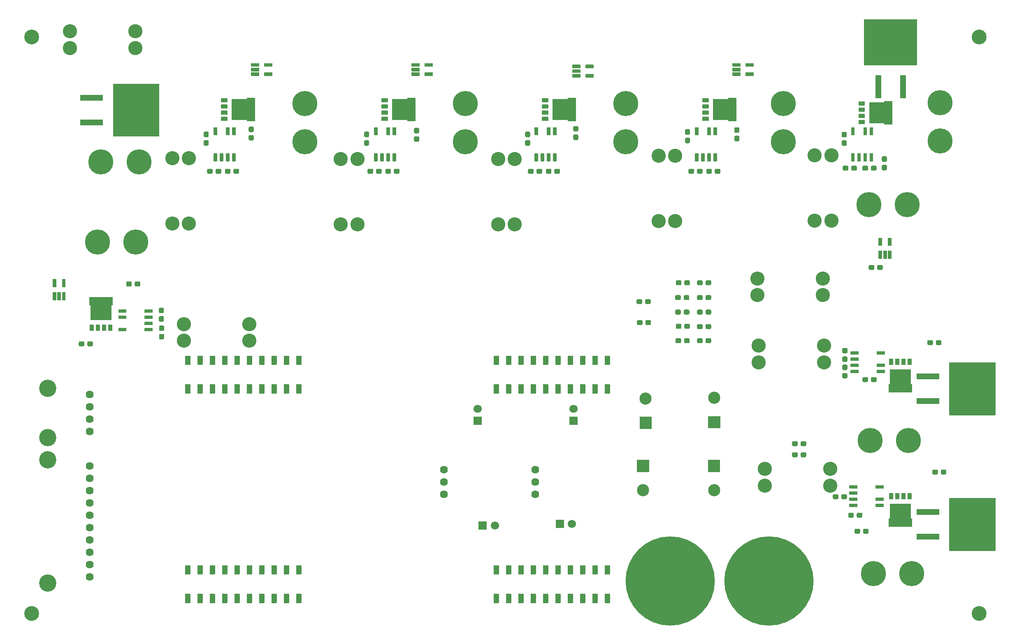
<source format=gbr>
%TF.GenerationSoftware,KiCad,Pcbnew,(5.1.8)-1*%
%TF.CreationDate,2020-11-29T21:51:29-06:00*%
%TF.ProjectId,PackVoltage_2021_Rev1,5061636b-566f-46c7-9461-67655f323032,rev?*%
%TF.SameCoordinates,Original*%
%TF.FileFunction,Soldermask,Top*%
%TF.FilePolarity,Negative*%
%FSLAX46Y46*%
G04 Gerber Fmt 4.6, Leading zero omitted, Abs format (unit mm)*
G04 Created by KiCad (PCBNEW (5.1.8)-1) date 2020-11-29 21:51:29*
%MOMM*%
%LPD*%
G01*
G04 APERTURE LIST*
%ADD10C,2.919400*%
%ADD11C,3.046400*%
%ADD12C,1.624000*%
%ADD13C,3.550000*%
%ADD14C,1.700000*%
%ADD15C,0.100000*%
%ADD16C,2.500000*%
%ADD17C,5.180000*%
%ADD18C,18.388000*%
G04 APERTURE END LIST*
D10*
%TO.C,F10*%
X205232000Y-97790000D03*
X205232000Y-94361000D03*
X191770000Y-94361000D03*
X191770000Y-97790000D03*
%TD*%
D11*
%TO.C,REF\u002A\u002A*%
X42219880Y-149550120D03*
%TD*%
%TO.C,REF\u002A\u002A*%
X42219880Y-30789880D03*
%TD*%
%TO.C,REF\u002A\u002A*%
X237180120Y-30789880D03*
%TD*%
%TO.C,REF\u002A\u002A*%
X237180120Y-149550120D03*
%TD*%
%TO.C,U24*%
G36*
G01*
X137249700Y-147345400D02*
X137249700Y-145567400D01*
G75*
G02*
X137299700Y-145517400I50000J0D01*
G01*
X138290300Y-145517400D01*
G75*
G02*
X138340300Y-145567400I0J-50000D01*
G01*
X138340300Y-147345400D01*
G75*
G02*
X138290300Y-147395400I-50000J0D01*
G01*
X137299700Y-147395400D01*
G75*
G02*
X137249700Y-147345400I0J50000D01*
G01*
G37*
G36*
G01*
X139789700Y-147345400D02*
X139789700Y-145567400D01*
G75*
G02*
X139839700Y-145517400I50000J0D01*
G01*
X140830300Y-145517400D01*
G75*
G02*
X140880300Y-145567400I0J-50000D01*
G01*
X140880300Y-147345400D01*
G75*
G02*
X140830300Y-147395400I-50000J0D01*
G01*
X139839700Y-147395400D01*
G75*
G02*
X139789700Y-147345400I0J50000D01*
G01*
G37*
G36*
G01*
X142329700Y-147345400D02*
X142329700Y-145567400D01*
G75*
G02*
X142379700Y-145517400I50000J0D01*
G01*
X143370300Y-145517400D01*
G75*
G02*
X143420300Y-145567400I0J-50000D01*
G01*
X143420300Y-147345400D01*
G75*
G02*
X143370300Y-147395400I-50000J0D01*
G01*
X142379700Y-147395400D01*
G75*
G02*
X142329700Y-147345400I0J50000D01*
G01*
G37*
G36*
G01*
X144869700Y-147345400D02*
X144869700Y-145567400D01*
G75*
G02*
X144919700Y-145517400I50000J0D01*
G01*
X145910300Y-145517400D01*
G75*
G02*
X145960300Y-145567400I0J-50000D01*
G01*
X145960300Y-147345400D01*
G75*
G02*
X145910300Y-147395400I-50000J0D01*
G01*
X144919700Y-147395400D01*
G75*
G02*
X144869700Y-147345400I0J50000D01*
G01*
G37*
G36*
G01*
X147409700Y-147345400D02*
X147409700Y-145567400D01*
G75*
G02*
X147459700Y-145517400I50000J0D01*
G01*
X148450300Y-145517400D01*
G75*
G02*
X148500300Y-145567400I0J-50000D01*
G01*
X148500300Y-147345400D01*
G75*
G02*
X148450300Y-147395400I-50000J0D01*
G01*
X147459700Y-147395400D01*
G75*
G02*
X147409700Y-147345400I0J50000D01*
G01*
G37*
G36*
G01*
X149949700Y-147345400D02*
X149949700Y-145567400D01*
G75*
G02*
X149999700Y-145517400I50000J0D01*
G01*
X150990300Y-145517400D01*
G75*
G02*
X151040300Y-145567400I0J-50000D01*
G01*
X151040300Y-147345400D01*
G75*
G02*
X150990300Y-147395400I-50000J0D01*
G01*
X149999700Y-147395400D01*
G75*
G02*
X149949700Y-147345400I0J50000D01*
G01*
G37*
G36*
G01*
X152489700Y-147345400D02*
X152489700Y-145567400D01*
G75*
G02*
X152539700Y-145517400I50000J0D01*
G01*
X153530300Y-145517400D01*
G75*
G02*
X153580300Y-145567400I0J-50000D01*
G01*
X153580300Y-147345400D01*
G75*
G02*
X153530300Y-147395400I-50000J0D01*
G01*
X152539700Y-147395400D01*
G75*
G02*
X152489700Y-147345400I0J50000D01*
G01*
G37*
G36*
G01*
X155029700Y-147345400D02*
X155029700Y-145567400D01*
G75*
G02*
X155079700Y-145517400I50000J0D01*
G01*
X156070300Y-145517400D01*
G75*
G02*
X156120300Y-145567400I0J-50000D01*
G01*
X156120300Y-147345400D01*
G75*
G02*
X156070300Y-147395400I-50000J0D01*
G01*
X155079700Y-147395400D01*
G75*
G02*
X155029700Y-147345400I0J50000D01*
G01*
G37*
G36*
G01*
X157569700Y-147345400D02*
X157569700Y-145567400D01*
G75*
G02*
X157619700Y-145517400I50000J0D01*
G01*
X158610300Y-145517400D01*
G75*
G02*
X158660300Y-145567400I0J-50000D01*
G01*
X158660300Y-147345400D01*
G75*
G02*
X158610300Y-147395400I-50000J0D01*
G01*
X157619700Y-147395400D01*
G75*
G02*
X157569700Y-147345400I0J50000D01*
G01*
G37*
G36*
G01*
X160109700Y-147345400D02*
X160109700Y-145567400D01*
G75*
G02*
X160159700Y-145517400I50000J0D01*
G01*
X161150300Y-145517400D01*
G75*
G02*
X161200300Y-145567400I0J-50000D01*
G01*
X161200300Y-147345400D01*
G75*
G02*
X161150300Y-147395400I-50000J0D01*
G01*
X160159700Y-147395400D01*
G75*
G02*
X160109700Y-147345400I0J50000D01*
G01*
G37*
G36*
G01*
X137249700Y-141452600D02*
X137249700Y-139674600D01*
G75*
G02*
X137299700Y-139624600I50000J0D01*
G01*
X138290300Y-139624600D01*
G75*
G02*
X138340300Y-139674600I0J-50000D01*
G01*
X138340300Y-141452600D01*
G75*
G02*
X138290300Y-141502600I-50000J0D01*
G01*
X137299700Y-141502600D01*
G75*
G02*
X137249700Y-141452600I0J50000D01*
G01*
G37*
G36*
G01*
X139789700Y-141452600D02*
X139789700Y-139674600D01*
G75*
G02*
X139839700Y-139624600I50000J0D01*
G01*
X140830300Y-139624600D01*
G75*
G02*
X140880300Y-139674600I0J-50000D01*
G01*
X140880300Y-141452600D01*
G75*
G02*
X140830300Y-141502600I-50000J0D01*
G01*
X139839700Y-141502600D01*
G75*
G02*
X139789700Y-141452600I0J50000D01*
G01*
G37*
G36*
G01*
X142329700Y-141452600D02*
X142329700Y-139674600D01*
G75*
G02*
X142379700Y-139624600I50000J0D01*
G01*
X143370300Y-139624600D01*
G75*
G02*
X143420300Y-139674600I0J-50000D01*
G01*
X143420300Y-141452600D01*
G75*
G02*
X143370300Y-141502600I-50000J0D01*
G01*
X142379700Y-141502600D01*
G75*
G02*
X142329700Y-141452600I0J50000D01*
G01*
G37*
G36*
G01*
X144869700Y-141452600D02*
X144869700Y-139674600D01*
G75*
G02*
X144919700Y-139624600I50000J0D01*
G01*
X145910300Y-139624600D01*
G75*
G02*
X145960300Y-139674600I0J-50000D01*
G01*
X145960300Y-141452600D01*
G75*
G02*
X145910300Y-141502600I-50000J0D01*
G01*
X144919700Y-141502600D01*
G75*
G02*
X144869700Y-141452600I0J50000D01*
G01*
G37*
G36*
G01*
X147409700Y-141452600D02*
X147409700Y-139674600D01*
G75*
G02*
X147459700Y-139624600I50000J0D01*
G01*
X148450300Y-139624600D01*
G75*
G02*
X148500300Y-139674600I0J-50000D01*
G01*
X148500300Y-141452600D01*
G75*
G02*
X148450300Y-141502600I-50000J0D01*
G01*
X147459700Y-141502600D01*
G75*
G02*
X147409700Y-141452600I0J50000D01*
G01*
G37*
G36*
G01*
X149949700Y-141452600D02*
X149949700Y-139674600D01*
G75*
G02*
X149999700Y-139624600I50000J0D01*
G01*
X150990300Y-139624600D01*
G75*
G02*
X151040300Y-139674600I0J-50000D01*
G01*
X151040300Y-141452600D01*
G75*
G02*
X150990300Y-141502600I-50000J0D01*
G01*
X149999700Y-141502600D01*
G75*
G02*
X149949700Y-141452600I0J50000D01*
G01*
G37*
G36*
G01*
X152489700Y-141452600D02*
X152489700Y-139674600D01*
G75*
G02*
X152539700Y-139624600I50000J0D01*
G01*
X153530300Y-139624600D01*
G75*
G02*
X153580300Y-139674600I0J-50000D01*
G01*
X153580300Y-141452600D01*
G75*
G02*
X153530300Y-141502600I-50000J0D01*
G01*
X152539700Y-141502600D01*
G75*
G02*
X152489700Y-141452600I0J50000D01*
G01*
G37*
G36*
G01*
X155029700Y-141452600D02*
X155029700Y-139674600D01*
G75*
G02*
X155079700Y-139624600I50000J0D01*
G01*
X156070300Y-139624600D01*
G75*
G02*
X156120300Y-139674600I0J-50000D01*
G01*
X156120300Y-141452600D01*
G75*
G02*
X156070300Y-141502600I-50000J0D01*
G01*
X155079700Y-141502600D01*
G75*
G02*
X155029700Y-141452600I0J50000D01*
G01*
G37*
G36*
G01*
X157569700Y-141452600D02*
X157569700Y-139674600D01*
G75*
G02*
X157619700Y-139624600I50000J0D01*
G01*
X158610300Y-139624600D01*
G75*
G02*
X158660300Y-139674600I0J-50000D01*
G01*
X158660300Y-141452600D01*
G75*
G02*
X158610300Y-141502600I-50000J0D01*
G01*
X157619700Y-141502600D01*
G75*
G02*
X157569700Y-141452600I0J50000D01*
G01*
G37*
G36*
G01*
X160109700Y-141452600D02*
X160109700Y-139674600D01*
G75*
G02*
X160159700Y-139624600I50000J0D01*
G01*
X161150300Y-139624600D01*
G75*
G02*
X161200300Y-139674600I0J-50000D01*
G01*
X161200300Y-141452600D01*
G75*
G02*
X161150300Y-141502600I-50000J0D01*
G01*
X160159700Y-141502600D01*
G75*
G02*
X160109700Y-141452600I0J50000D01*
G01*
G37*
G36*
G01*
X137249700Y-98272600D02*
X137249700Y-96494600D01*
G75*
G02*
X137299700Y-96444600I50000J0D01*
G01*
X138290300Y-96444600D01*
G75*
G02*
X138340300Y-96494600I0J-50000D01*
G01*
X138340300Y-98272600D01*
G75*
G02*
X138290300Y-98322600I-50000J0D01*
G01*
X137299700Y-98322600D01*
G75*
G02*
X137249700Y-98272600I0J50000D01*
G01*
G37*
G36*
G01*
X139789700Y-98272600D02*
X139789700Y-96494600D01*
G75*
G02*
X139839700Y-96444600I50000J0D01*
G01*
X140830300Y-96444600D01*
G75*
G02*
X140880300Y-96494600I0J-50000D01*
G01*
X140880300Y-98272600D01*
G75*
G02*
X140830300Y-98322600I-50000J0D01*
G01*
X139839700Y-98322600D01*
G75*
G02*
X139789700Y-98272600I0J50000D01*
G01*
G37*
G36*
G01*
X142329700Y-98272600D02*
X142329700Y-96494600D01*
G75*
G02*
X142379700Y-96444600I50000J0D01*
G01*
X143370300Y-96444600D01*
G75*
G02*
X143420300Y-96494600I0J-50000D01*
G01*
X143420300Y-98272600D01*
G75*
G02*
X143370300Y-98322600I-50000J0D01*
G01*
X142379700Y-98322600D01*
G75*
G02*
X142329700Y-98272600I0J50000D01*
G01*
G37*
G36*
G01*
X144869700Y-98272600D02*
X144869700Y-96494600D01*
G75*
G02*
X144919700Y-96444600I50000J0D01*
G01*
X145910300Y-96444600D01*
G75*
G02*
X145960300Y-96494600I0J-50000D01*
G01*
X145960300Y-98272600D01*
G75*
G02*
X145910300Y-98322600I-50000J0D01*
G01*
X144919700Y-98322600D01*
G75*
G02*
X144869700Y-98272600I0J50000D01*
G01*
G37*
G36*
G01*
X147409700Y-98272600D02*
X147409700Y-96494600D01*
G75*
G02*
X147459700Y-96444600I50000J0D01*
G01*
X148450300Y-96444600D01*
G75*
G02*
X148500300Y-96494600I0J-50000D01*
G01*
X148500300Y-98272600D01*
G75*
G02*
X148450300Y-98322600I-50000J0D01*
G01*
X147459700Y-98322600D01*
G75*
G02*
X147409700Y-98272600I0J50000D01*
G01*
G37*
G36*
G01*
X149949700Y-98272600D02*
X149949700Y-96494600D01*
G75*
G02*
X149999700Y-96444600I50000J0D01*
G01*
X150990300Y-96444600D01*
G75*
G02*
X151040300Y-96494600I0J-50000D01*
G01*
X151040300Y-98272600D01*
G75*
G02*
X150990300Y-98322600I-50000J0D01*
G01*
X149999700Y-98322600D01*
G75*
G02*
X149949700Y-98272600I0J50000D01*
G01*
G37*
G36*
G01*
X152489700Y-98272600D02*
X152489700Y-96494600D01*
G75*
G02*
X152539700Y-96444600I50000J0D01*
G01*
X153530300Y-96444600D01*
G75*
G02*
X153580300Y-96494600I0J-50000D01*
G01*
X153580300Y-98272600D01*
G75*
G02*
X153530300Y-98322600I-50000J0D01*
G01*
X152539700Y-98322600D01*
G75*
G02*
X152489700Y-98272600I0J50000D01*
G01*
G37*
G36*
G01*
X155029700Y-98272600D02*
X155029700Y-96494600D01*
G75*
G02*
X155079700Y-96444600I50000J0D01*
G01*
X156070300Y-96444600D01*
G75*
G02*
X156120300Y-96494600I0J-50000D01*
G01*
X156120300Y-98272600D01*
G75*
G02*
X156070300Y-98322600I-50000J0D01*
G01*
X155079700Y-98322600D01*
G75*
G02*
X155029700Y-98272600I0J50000D01*
G01*
G37*
G36*
G01*
X157569700Y-98272600D02*
X157569700Y-96494600D01*
G75*
G02*
X157619700Y-96444600I50000J0D01*
G01*
X158610300Y-96444600D01*
G75*
G02*
X158660300Y-96494600I0J-50000D01*
G01*
X158660300Y-98272600D01*
G75*
G02*
X158610300Y-98322600I-50000J0D01*
G01*
X157619700Y-98322600D01*
G75*
G02*
X157569700Y-98272600I0J50000D01*
G01*
G37*
G36*
G01*
X160109700Y-98272600D02*
X160109700Y-96494600D01*
G75*
G02*
X160159700Y-96444600I50000J0D01*
G01*
X161150300Y-96444600D01*
G75*
G02*
X161200300Y-96494600I0J-50000D01*
G01*
X161200300Y-98272600D01*
G75*
G02*
X161150300Y-98322600I-50000J0D01*
G01*
X160159700Y-98322600D01*
G75*
G02*
X160109700Y-98272600I0J50000D01*
G01*
G37*
G36*
G01*
X137249700Y-104165400D02*
X137249700Y-102387400D01*
G75*
G02*
X137299700Y-102337400I50000J0D01*
G01*
X138290300Y-102337400D01*
G75*
G02*
X138340300Y-102387400I0J-50000D01*
G01*
X138340300Y-104165400D01*
G75*
G02*
X138290300Y-104215400I-50000J0D01*
G01*
X137299700Y-104215400D01*
G75*
G02*
X137249700Y-104165400I0J50000D01*
G01*
G37*
G36*
G01*
X139789700Y-104165400D02*
X139789700Y-102387400D01*
G75*
G02*
X139839700Y-102337400I50000J0D01*
G01*
X140830300Y-102337400D01*
G75*
G02*
X140880300Y-102387400I0J-50000D01*
G01*
X140880300Y-104165400D01*
G75*
G02*
X140830300Y-104215400I-50000J0D01*
G01*
X139839700Y-104215400D01*
G75*
G02*
X139789700Y-104165400I0J50000D01*
G01*
G37*
G36*
G01*
X142329700Y-104165400D02*
X142329700Y-102387400D01*
G75*
G02*
X142379700Y-102337400I50000J0D01*
G01*
X143370300Y-102337400D01*
G75*
G02*
X143420300Y-102387400I0J-50000D01*
G01*
X143420300Y-104165400D01*
G75*
G02*
X143370300Y-104215400I-50000J0D01*
G01*
X142379700Y-104215400D01*
G75*
G02*
X142329700Y-104165400I0J50000D01*
G01*
G37*
G36*
G01*
X144869700Y-104165400D02*
X144869700Y-102387400D01*
G75*
G02*
X144919700Y-102337400I50000J0D01*
G01*
X145910300Y-102337400D01*
G75*
G02*
X145960300Y-102387400I0J-50000D01*
G01*
X145960300Y-104165400D01*
G75*
G02*
X145910300Y-104215400I-50000J0D01*
G01*
X144919700Y-104215400D01*
G75*
G02*
X144869700Y-104165400I0J50000D01*
G01*
G37*
G36*
G01*
X147409700Y-104165400D02*
X147409700Y-102387400D01*
G75*
G02*
X147459700Y-102337400I50000J0D01*
G01*
X148450300Y-102337400D01*
G75*
G02*
X148500300Y-102387400I0J-50000D01*
G01*
X148500300Y-104165400D01*
G75*
G02*
X148450300Y-104215400I-50000J0D01*
G01*
X147459700Y-104215400D01*
G75*
G02*
X147409700Y-104165400I0J50000D01*
G01*
G37*
G36*
G01*
X149949700Y-104165400D02*
X149949700Y-102387400D01*
G75*
G02*
X149999700Y-102337400I50000J0D01*
G01*
X150990300Y-102337400D01*
G75*
G02*
X151040300Y-102387400I0J-50000D01*
G01*
X151040300Y-104165400D01*
G75*
G02*
X150990300Y-104215400I-50000J0D01*
G01*
X149999700Y-104215400D01*
G75*
G02*
X149949700Y-104165400I0J50000D01*
G01*
G37*
G36*
G01*
X152489700Y-104165400D02*
X152489700Y-102387400D01*
G75*
G02*
X152539700Y-102337400I50000J0D01*
G01*
X153530300Y-102337400D01*
G75*
G02*
X153580300Y-102387400I0J-50000D01*
G01*
X153580300Y-104165400D01*
G75*
G02*
X153530300Y-104215400I-50000J0D01*
G01*
X152539700Y-104215400D01*
G75*
G02*
X152489700Y-104165400I0J50000D01*
G01*
G37*
G36*
G01*
X155029700Y-104165400D02*
X155029700Y-102387400D01*
G75*
G02*
X155079700Y-102337400I50000J0D01*
G01*
X156070300Y-102337400D01*
G75*
G02*
X156120300Y-102387400I0J-50000D01*
G01*
X156120300Y-104165400D01*
G75*
G02*
X156070300Y-104215400I-50000J0D01*
G01*
X155079700Y-104215400D01*
G75*
G02*
X155029700Y-104165400I0J50000D01*
G01*
G37*
G36*
G01*
X157569700Y-104165400D02*
X157569700Y-102387400D01*
G75*
G02*
X157619700Y-102337400I50000J0D01*
G01*
X158610300Y-102337400D01*
G75*
G02*
X158660300Y-102387400I0J-50000D01*
G01*
X158660300Y-104165400D01*
G75*
G02*
X158610300Y-104215400I-50000J0D01*
G01*
X157619700Y-104215400D01*
G75*
G02*
X157569700Y-104165400I0J50000D01*
G01*
G37*
G36*
G01*
X160109700Y-104165400D02*
X160109700Y-102387400D01*
G75*
G02*
X160159700Y-102337400I50000J0D01*
G01*
X161150300Y-102337400D01*
G75*
G02*
X161200300Y-102387400I0J-50000D01*
G01*
X161200300Y-104165400D01*
G75*
G02*
X161150300Y-104215400I-50000J0D01*
G01*
X160159700Y-104215400D01*
G75*
G02*
X160109700Y-104165400I0J50000D01*
G01*
G37*
G36*
G01*
X91529700Y-147345400D02*
X91529700Y-145567400D01*
G75*
G02*
X91579700Y-145517400I50000J0D01*
G01*
X92570300Y-145517400D01*
G75*
G02*
X92620300Y-145567400I0J-50000D01*
G01*
X92620300Y-147345400D01*
G75*
G02*
X92570300Y-147395400I-50000J0D01*
G01*
X91579700Y-147395400D01*
G75*
G02*
X91529700Y-147345400I0J50000D01*
G01*
G37*
G36*
G01*
X94069700Y-147345400D02*
X94069700Y-145567400D01*
G75*
G02*
X94119700Y-145517400I50000J0D01*
G01*
X95110300Y-145517400D01*
G75*
G02*
X95160300Y-145567400I0J-50000D01*
G01*
X95160300Y-147345400D01*
G75*
G02*
X95110300Y-147395400I-50000J0D01*
G01*
X94119700Y-147395400D01*
G75*
G02*
X94069700Y-147345400I0J50000D01*
G01*
G37*
G36*
G01*
X96609700Y-147345400D02*
X96609700Y-145567400D01*
G75*
G02*
X96659700Y-145517400I50000J0D01*
G01*
X97650300Y-145517400D01*
G75*
G02*
X97700300Y-145567400I0J-50000D01*
G01*
X97700300Y-147345400D01*
G75*
G02*
X97650300Y-147395400I-50000J0D01*
G01*
X96659700Y-147395400D01*
G75*
G02*
X96609700Y-147345400I0J50000D01*
G01*
G37*
G36*
G01*
X73749700Y-141452600D02*
X73749700Y-139674600D01*
G75*
G02*
X73799700Y-139624600I50000J0D01*
G01*
X74790300Y-139624600D01*
G75*
G02*
X74840300Y-139674600I0J-50000D01*
G01*
X74840300Y-141452600D01*
G75*
G02*
X74790300Y-141502600I-50000J0D01*
G01*
X73799700Y-141502600D01*
G75*
G02*
X73749700Y-141452600I0J50000D01*
G01*
G37*
G36*
G01*
X76289700Y-141452600D02*
X76289700Y-139674600D01*
G75*
G02*
X76339700Y-139624600I50000J0D01*
G01*
X77330300Y-139624600D01*
G75*
G02*
X77380300Y-139674600I0J-50000D01*
G01*
X77380300Y-141452600D01*
G75*
G02*
X77330300Y-141502600I-50000J0D01*
G01*
X76339700Y-141502600D01*
G75*
G02*
X76289700Y-141452600I0J50000D01*
G01*
G37*
G36*
G01*
X78829700Y-141452600D02*
X78829700Y-139674600D01*
G75*
G02*
X78879700Y-139624600I50000J0D01*
G01*
X79870300Y-139624600D01*
G75*
G02*
X79920300Y-139674600I0J-50000D01*
G01*
X79920300Y-141452600D01*
G75*
G02*
X79870300Y-141502600I-50000J0D01*
G01*
X78879700Y-141502600D01*
G75*
G02*
X78829700Y-141452600I0J50000D01*
G01*
G37*
G36*
G01*
X81369700Y-141452600D02*
X81369700Y-139674600D01*
G75*
G02*
X81419700Y-139624600I50000J0D01*
G01*
X82410300Y-139624600D01*
G75*
G02*
X82460300Y-139674600I0J-50000D01*
G01*
X82460300Y-141452600D01*
G75*
G02*
X82410300Y-141502600I-50000J0D01*
G01*
X81419700Y-141502600D01*
G75*
G02*
X81369700Y-141452600I0J50000D01*
G01*
G37*
G36*
G01*
X83909700Y-141452600D02*
X83909700Y-139674600D01*
G75*
G02*
X83959700Y-139624600I50000J0D01*
G01*
X84950300Y-139624600D01*
G75*
G02*
X85000300Y-139674600I0J-50000D01*
G01*
X85000300Y-141452600D01*
G75*
G02*
X84950300Y-141502600I-50000J0D01*
G01*
X83959700Y-141502600D01*
G75*
G02*
X83909700Y-141452600I0J50000D01*
G01*
G37*
G36*
G01*
X86449700Y-141452600D02*
X86449700Y-139674600D01*
G75*
G02*
X86499700Y-139624600I50000J0D01*
G01*
X87490300Y-139624600D01*
G75*
G02*
X87540300Y-139674600I0J-50000D01*
G01*
X87540300Y-141452600D01*
G75*
G02*
X87490300Y-141502600I-50000J0D01*
G01*
X86499700Y-141502600D01*
G75*
G02*
X86449700Y-141452600I0J50000D01*
G01*
G37*
G36*
G01*
X88989700Y-141452600D02*
X88989700Y-139674600D01*
G75*
G02*
X89039700Y-139624600I50000J0D01*
G01*
X90030300Y-139624600D01*
G75*
G02*
X90080300Y-139674600I0J-50000D01*
G01*
X90080300Y-141452600D01*
G75*
G02*
X90030300Y-141502600I-50000J0D01*
G01*
X89039700Y-141502600D01*
G75*
G02*
X88989700Y-141452600I0J50000D01*
G01*
G37*
G36*
G01*
X91529700Y-141452600D02*
X91529700Y-139674600D01*
G75*
G02*
X91579700Y-139624600I50000J0D01*
G01*
X92570300Y-139624600D01*
G75*
G02*
X92620300Y-139674600I0J-50000D01*
G01*
X92620300Y-141452600D01*
G75*
G02*
X92570300Y-141502600I-50000J0D01*
G01*
X91579700Y-141502600D01*
G75*
G02*
X91529700Y-141452600I0J50000D01*
G01*
G37*
G36*
G01*
X94069700Y-141452600D02*
X94069700Y-139674600D01*
G75*
G02*
X94119700Y-139624600I50000J0D01*
G01*
X95110300Y-139624600D01*
G75*
G02*
X95160300Y-139674600I0J-50000D01*
G01*
X95160300Y-141452600D01*
G75*
G02*
X95110300Y-141502600I-50000J0D01*
G01*
X94119700Y-141502600D01*
G75*
G02*
X94069700Y-141452600I0J50000D01*
G01*
G37*
G36*
G01*
X96609700Y-141452600D02*
X96609700Y-139674600D01*
G75*
G02*
X96659700Y-139624600I50000J0D01*
G01*
X97650300Y-139624600D01*
G75*
G02*
X97700300Y-139674600I0J-50000D01*
G01*
X97700300Y-141452600D01*
G75*
G02*
X97650300Y-141502600I-50000J0D01*
G01*
X96659700Y-141502600D01*
G75*
G02*
X96609700Y-141452600I0J50000D01*
G01*
G37*
G36*
G01*
X73749700Y-98272600D02*
X73749700Y-96494600D01*
G75*
G02*
X73799700Y-96444600I50000J0D01*
G01*
X74790300Y-96444600D01*
G75*
G02*
X74840300Y-96494600I0J-50000D01*
G01*
X74840300Y-98272600D01*
G75*
G02*
X74790300Y-98322600I-50000J0D01*
G01*
X73799700Y-98322600D01*
G75*
G02*
X73749700Y-98272600I0J50000D01*
G01*
G37*
G36*
G01*
X78829700Y-98272600D02*
X78829700Y-96494600D01*
G75*
G02*
X78879700Y-96444600I50000J0D01*
G01*
X79870300Y-96444600D01*
G75*
G02*
X79920300Y-96494600I0J-50000D01*
G01*
X79920300Y-98272600D01*
G75*
G02*
X79870300Y-98322600I-50000J0D01*
G01*
X78879700Y-98322600D01*
G75*
G02*
X78829700Y-98272600I0J50000D01*
G01*
G37*
G36*
G01*
X83909700Y-98272600D02*
X83909700Y-96494600D01*
G75*
G02*
X83959700Y-96444600I50000J0D01*
G01*
X84950300Y-96444600D01*
G75*
G02*
X85000300Y-96494600I0J-50000D01*
G01*
X85000300Y-98272600D01*
G75*
G02*
X84950300Y-98322600I-50000J0D01*
G01*
X83959700Y-98322600D01*
G75*
G02*
X83909700Y-98272600I0J50000D01*
G01*
G37*
G36*
G01*
X86449700Y-98272600D02*
X86449700Y-96494600D01*
G75*
G02*
X86499700Y-96444600I50000J0D01*
G01*
X87490300Y-96444600D01*
G75*
G02*
X87540300Y-96494600I0J-50000D01*
G01*
X87540300Y-98272600D01*
G75*
G02*
X87490300Y-98322600I-50000J0D01*
G01*
X86499700Y-98322600D01*
G75*
G02*
X86449700Y-98272600I0J50000D01*
G01*
G37*
G36*
G01*
X88989700Y-98272600D02*
X88989700Y-96494600D01*
G75*
G02*
X89039700Y-96444600I50000J0D01*
G01*
X90030300Y-96444600D01*
G75*
G02*
X90080300Y-96494600I0J-50000D01*
G01*
X90080300Y-98272600D01*
G75*
G02*
X90030300Y-98322600I-50000J0D01*
G01*
X89039700Y-98322600D01*
G75*
G02*
X88989700Y-98272600I0J50000D01*
G01*
G37*
G36*
G01*
X91529700Y-98272600D02*
X91529700Y-96494600D01*
G75*
G02*
X91579700Y-96444600I50000J0D01*
G01*
X92570300Y-96444600D01*
G75*
G02*
X92620300Y-96494600I0J-50000D01*
G01*
X92620300Y-98272600D01*
G75*
G02*
X92570300Y-98322600I-50000J0D01*
G01*
X91579700Y-98322600D01*
G75*
G02*
X91529700Y-98272600I0J50000D01*
G01*
G37*
G36*
G01*
X94069700Y-98272600D02*
X94069700Y-96494600D01*
G75*
G02*
X94119700Y-96444600I50000J0D01*
G01*
X95110300Y-96444600D01*
G75*
G02*
X95160300Y-96494600I0J-50000D01*
G01*
X95160300Y-98272600D01*
G75*
G02*
X95110300Y-98322600I-50000J0D01*
G01*
X94119700Y-98322600D01*
G75*
G02*
X94069700Y-98272600I0J50000D01*
G01*
G37*
G36*
G01*
X73749700Y-104165400D02*
X73749700Y-102387400D01*
G75*
G02*
X73799700Y-102337400I50000J0D01*
G01*
X74790300Y-102337400D01*
G75*
G02*
X74840300Y-102387400I0J-50000D01*
G01*
X74840300Y-104165400D01*
G75*
G02*
X74790300Y-104215400I-50000J0D01*
G01*
X73799700Y-104215400D01*
G75*
G02*
X73749700Y-104165400I0J50000D01*
G01*
G37*
G36*
G01*
X78829700Y-104165400D02*
X78829700Y-102387400D01*
G75*
G02*
X78879700Y-102337400I50000J0D01*
G01*
X79870300Y-102337400D01*
G75*
G02*
X79920300Y-102387400I0J-50000D01*
G01*
X79920300Y-104165400D01*
G75*
G02*
X79870300Y-104215400I-50000J0D01*
G01*
X78879700Y-104215400D01*
G75*
G02*
X78829700Y-104165400I0J50000D01*
G01*
G37*
G36*
G01*
X88989700Y-104165400D02*
X88989700Y-102387400D01*
G75*
G02*
X89039700Y-102337400I50000J0D01*
G01*
X90030300Y-102337400D01*
G75*
G02*
X90080300Y-102387400I0J-50000D01*
G01*
X90080300Y-104165400D01*
G75*
G02*
X90030300Y-104215400I-50000J0D01*
G01*
X89039700Y-104215400D01*
G75*
G02*
X88989700Y-104165400I0J50000D01*
G01*
G37*
G36*
G01*
X91529700Y-104165400D02*
X91529700Y-102387400D01*
G75*
G02*
X91579700Y-102337400I50000J0D01*
G01*
X92570300Y-102337400D01*
G75*
G02*
X92620300Y-102387400I0J-50000D01*
G01*
X92620300Y-104165400D01*
G75*
G02*
X92570300Y-104215400I-50000J0D01*
G01*
X91579700Y-104215400D01*
G75*
G02*
X91529700Y-104165400I0J50000D01*
G01*
G37*
G36*
G01*
X94069700Y-104165400D02*
X94069700Y-102387400D01*
G75*
G02*
X94119700Y-102337400I50000J0D01*
G01*
X95110300Y-102337400D01*
G75*
G02*
X95160300Y-102387400I0J-50000D01*
G01*
X95160300Y-104165400D01*
G75*
G02*
X95110300Y-104215400I-50000J0D01*
G01*
X94119700Y-104215400D01*
G75*
G02*
X94069700Y-104165400I0J50000D01*
G01*
G37*
G36*
G01*
X96609700Y-104165400D02*
X96609700Y-102387400D01*
G75*
G02*
X96659700Y-102337400I50000J0D01*
G01*
X97650300Y-102337400D01*
G75*
G02*
X97700300Y-102387400I0J-50000D01*
G01*
X97700300Y-104165400D01*
G75*
G02*
X97650300Y-104215400I-50000J0D01*
G01*
X96659700Y-104215400D01*
G75*
G02*
X96609700Y-104165400I0J50000D01*
G01*
G37*
G36*
G01*
X83909700Y-104165400D02*
X83909700Y-102387400D01*
G75*
G02*
X83959700Y-102337400I50000J0D01*
G01*
X84950300Y-102337400D01*
G75*
G02*
X85000300Y-102387400I0J-50000D01*
G01*
X85000300Y-104165400D01*
G75*
G02*
X84950300Y-104215400I-50000J0D01*
G01*
X83959700Y-104215400D01*
G75*
G02*
X83909700Y-104165400I0J50000D01*
G01*
G37*
G36*
G01*
X81369700Y-104165400D02*
X81369700Y-102387400D01*
G75*
G02*
X81419700Y-102337400I50000J0D01*
G01*
X82410300Y-102337400D01*
G75*
G02*
X82460300Y-102387400I0J-50000D01*
G01*
X82460300Y-104165400D01*
G75*
G02*
X82410300Y-104215400I-50000J0D01*
G01*
X81419700Y-104215400D01*
G75*
G02*
X81369700Y-104165400I0J50000D01*
G01*
G37*
G36*
G01*
X76289700Y-98272600D02*
X76289700Y-96494600D01*
G75*
G02*
X76339700Y-96444600I50000J0D01*
G01*
X77330300Y-96444600D01*
G75*
G02*
X77380300Y-96494600I0J-50000D01*
G01*
X77380300Y-98272600D01*
G75*
G02*
X77330300Y-98322600I-50000J0D01*
G01*
X76339700Y-98322600D01*
G75*
G02*
X76289700Y-98272600I0J50000D01*
G01*
G37*
G36*
G01*
X88989700Y-147345400D02*
X88989700Y-145567400D01*
G75*
G02*
X89039700Y-145517400I50000J0D01*
G01*
X90030300Y-145517400D01*
G75*
G02*
X90080300Y-145567400I0J-50000D01*
G01*
X90080300Y-147345400D01*
G75*
G02*
X90030300Y-147395400I-50000J0D01*
G01*
X89039700Y-147395400D01*
G75*
G02*
X88989700Y-147345400I0J50000D01*
G01*
G37*
G36*
G01*
X86449700Y-147345400D02*
X86449700Y-145567400D01*
G75*
G02*
X86499700Y-145517400I50000J0D01*
G01*
X87490300Y-145517400D01*
G75*
G02*
X87540300Y-145567400I0J-50000D01*
G01*
X87540300Y-147345400D01*
G75*
G02*
X87490300Y-147395400I-50000J0D01*
G01*
X86499700Y-147395400D01*
G75*
G02*
X86449700Y-147345400I0J50000D01*
G01*
G37*
G36*
G01*
X76289700Y-104165400D02*
X76289700Y-102387400D01*
G75*
G02*
X76339700Y-102337400I50000J0D01*
G01*
X77330300Y-102337400D01*
G75*
G02*
X77380300Y-102387400I0J-50000D01*
G01*
X77380300Y-104165400D01*
G75*
G02*
X77330300Y-104215400I-50000J0D01*
G01*
X76339700Y-104215400D01*
G75*
G02*
X76289700Y-104165400I0J50000D01*
G01*
G37*
G36*
G01*
X81369700Y-98272600D02*
X81369700Y-96494600D01*
G75*
G02*
X81419700Y-96444600I50000J0D01*
G01*
X82410300Y-96444600D01*
G75*
G02*
X82460300Y-96494600I0J-50000D01*
G01*
X82460300Y-98272600D01*
G75*
G02*
X82410300Y-98322600I-50000J0D01*
G01*
X81419700Y-98322600D01*
G75*
G02*
X81369700Y-98272600I0J50000D01*
G01*
G37*
G36*
G01*
X78829700Y-147345400D02*
X78829700Y-145567400D01*
G75*
G02*
X78879700Y-145517400I50000J0D01*
G01*
X79870300Y-145517400D01*
G75*
G02*
X79920300Y-145567400I0J-50000D01*
G01*
X79920300Y-147345400D01*
G75*
G02*
X79870300Y-147395400I-50000J0D01*
G01*
X78879700Y-147395400D01*
G75*
G02*
X78829700Y-147345400I0J50000D01*
G01*
G37*
G36*
G01*
X81369700Y-147345400D02*
X81369700Y-145567400D01*
G75*
G02*
X81419700Y-145517400I50000J0D01*
G01*
X82410300Y-145517400D01*
G75*
G02*
X82460300Y-145567400I0J-50000D01*
G01*
X82460300Y-147345400D01*
G75*
G02*
X82410300Y-147395400I-50000J0D01*
G01*
X81419700Y-147395400D01*
G75*
G02*
X81369700Y-147345400I0J50000D01*
G01*
G37*
G36*
G01*
X86449700Y-104165400D02*
X86449700Y-102387400D01*
G75*
G02*
X86499700Y-102337400I50000J0D01*
G01*
X87490300Y-102337400D01*
G75*
G02*
X87540300Y-102387400I0J-50000D01*
G01*
X87540300Y-104165400D01*
G75*
G02*
X87490300Y-104215400I-50000J0D01*
G01*
X86499700Y-104215400D01*
G75*
G02*
X86449700Y-104165400I0J50000D01*
G01*
G37*
G36*
G01*
X83909700Y-147345400D02*
X83909700Y-145567400D01*
G75*
G02*
X83959700Y-145517400I50000J0D01*
G01*
X84950300Y-145517400D01*
G75*
G02*
X85000300Y-145567400I0J-50000D01*
G01*
X85000300Y-147345400D01*
G75*
G02*
X84950300Y-147395400I-50000J0D01*
G01*
X83959700Y-147395400D01*
G75*
G02*
X83909700Y-147345400I0J50000D01*
G01*
G37*
G36*
G01*
X76289700Y-147345400D02*
X76289700Y-145567400D01*
G75*
G02*
X76339700Y-145517400I50000J0D01*
G01*
X77330300Y-145517400D01*
G75*
G02*
X77380300Y-145567400I0J-50000D01*
G01*
X77380300Y-147345400D01*
G75*
G02*
X77330300Y-147395400I-50000J0D01*
G01*
X76339700Y-147395400D01*
G75*
G02*
X76289700Y-147345400I0J50000D01*
G01*
G37*
G36*
G01*
X73749700Y-147345400D02*
X73749700Y-145567400D01*
G75*
G02*
X73799700Y-145517400I50000J0D01*
G01*
X74790300Y-145517400D01*
G75*
G02*
X74840300Y-145567400I0J-50000D01*
G01*
X74840300Y-147345400D01*
G75*
G02*
X74790300Y-147395400I-50000J0D01*
G01*
X73799700Y-147395400D01*
G75*
G02*
X73749700Y-147345400I0J50000D01*
G01*
G37*
G36*
G01*
X96609700Y-98272600D02*
X96609700Y-96494600D01*
G75*
G02*
X96659700Y-96444600I50000J0D01*
G01*
X97650300Y-96444600D01*
G75*
G02*
X97700300Y-96494600I0J-50000D01*
G01*
X97700300Y-98272600D01*
G75*
G02*
X97650300Y-98322600I-50000J0D01*
G01*
X96659700Y-98322600D01*
G75*
G02*
X96609700Y-98272600I0J50000D01*
G01*
G37*
%TD*%
D12*
%TO.C,U13*%
X145796000Y-124968000D03*
X145796000Y-122428000D03*
X145796000Y-119888000D03*
%TD*%
%TO.C,U12*%
X127000000Y-124968000D03*
X127000000Y-122428000D03*
X127000000Y-119888000D03*
%TD*%
D13*
%TO.C,Conn6*%
X45466000Y-113284000D03*
X45466000Y-103124000D03*
D12*
X54102000Y-112014000D03*
X54102000Y-109474000D03*
X54102000Y-106934000D03*
X54102000Y-104394000D03*
%TD*%
%TO.C,Conn5*%
X54102000Y-141986000D03*
X54102000Y-139446000D03*
X54102000Y-136906000D03*
X54102000Y-134366000D03*
X54102000Y-131826000D03*
D13*
X45466000Y-143256000D03*
X45466000Y-117856000D03*
D12*
X54102000Y-129286000D03*
X54102000Y-126746000D03*
X54102000Y-124206000D03*
X54102000Y-121666000D03*
X54102000Y-119126000D03*
%TD*%
D14*
%TO.C,C32*%
X153376000Y-131064000D03*
G36*
G01*
X150026000Y-131864000D02*
X150026000Y-130264000D01*
G75*
G02*
X150076000Y-130214000I50000J0D01*
G01*
X151676000Y-130214000D01*
G75*
G02*
X151726000Y-130264000I0J-50000D01*
G01*
X151726000Y-131864000D01*
G75*
G02*
X151676000Y-131914000I-50000J0D01*
G01*
X150076000Y-131914000D01*
G75*
G02*
X150026000Y-131864000I0J50000D01*
G01*
G37*
%TD*%
%TO.C,C31*%
X137501000Y-131445000D03*
G36*
G01*
X134151000Y-132245000D02*
X134151000Y-130645000D01*
G75*
G02*
X134201000Y-130595000I50000J0D01*
G01*
X135801000Y-130595000D01*
G75*
G02*
X135851000Y-130645000I0J-50000D01*
G01*
X135851000Y-132245000D01*
G75*
G02*
X135801000Y-132295000I-50000J0D01*
G01*
X134201000Y-132295000D01*
G75*
G02*
X134151000Y-132245000I0J50000D01*
G01*
G37*
%TD*%
%TO.C,C17*%
X153670000Y-107355000D03*
G36*
G01*
X154470000Y-110705000D02*
X152870000Y-110705000D01*
G75*
G02*
X152820000Y-110655000I0J50000D01*
G01*
X152820000Y-109055000D01*
G75*
G02*
X152870000Y-109005000I50000J0D01*
G01*
X154470000Y-109005000D01*
G75*
G02*
X154520000Y-109055000I0J-50000D01*
G01*
X154520000Y-110655000D01*
G75*
G02*
X154470000Y-110705000I-50000J0D01*
G01*
G37*
%TD*%
%TO.C,C16*%
X133985000Y-107355000D03*
G36*
G01*
X134785000Y-110705000D02*
X133185000Y-110705000D01*
G75*
G02*
X133135000Y-110655000I0J50000D01*
G01*
X133135000Y-109055000D01*
G75*
G02*
X133185000Y-109005000I50000J0D01*
G01*
X134785000Y-109005000D01*
G75*
G02*
X134835000Y-109055000I0J-50000D01*
G01*
X134835000Y-110655000D01*
G75*
G02*
X134785000Y-110705000I-50000J0D01*
G01*
G37*
%TD*%
%TO.C,U17*%
G36*
G01*
X47228600Y-82284000D02*
X46578600Y-82284000D01*
G75*
G02*
X46528600Y-82234000I0J50000D01*
G01*
X46528600Y-80674000D01*
G75*
G02*
X46578600Y-80624000I50000J0D01*
G01*
X47228600Y-80624000D01*
G75*
G02*
X47278600Y-80674000I0J-50000D01*
G01*
X47278600Y-82234000D01*
G75*
G02*
X47228600Y-82284000I-50000J0D01*
G01*
G37*
G36*
G01*
X49128600Y-82284000D02*
X48478600Y-82284000D01*
G75*
G02*
X48428600Y-82234000I0J50000D01*
G01*
X48428600Y-80674000D01*
G75*
G02*
X48478600Y-80624000I50000J0D01*
G01*
X49128600Y-80624000D01*
G75*
G02*
X49178600Y-80674000I0J-50000D01*
G01*
X49178600Y-82234000D01*
G75*
G02*
X49128600Y-82284000I-50000J0D01*
G01*
G37*
G36*
G01*
X49128600Y-84984000D02*
X48478600Y-84984000D01*
G75*
G02*
X48428600Y-84934000I0J50000D01*
G01*
X48428600Y-83374000D01*
G75*
G02*
X48478600Y-83324000I50000J0D01*
G01*
X49128600Y-83324000D01*
G75*
G02*
X49178600Y-83374000I0J-50000D01*
G01*
X49178600Y-84934000D01*
G75*
G02*
X49128600Y-84984000I-50000J0D01*
G01*
G37*
G36*
G01*
X48178600Y-84984000D02*
X47528600Y-84984000D01*
G75*
G02*
X47478600Y-84934000I0J50000D01*
G01*
X47478600Y-83374000D01*
G75*
G02*
X47528600Y-83324000I50000J0D01*
G01*
X48178600Y-83324000D01*
G75*
G02*
X48228600Y-83374000I0J-50000D01*
G01*
X48228600Y-84934000D01*
G75*
G02*
X48178600Y-84984000I-50000J0D01*
G01*
G37*
G36*
G01*
X47228600Y-84984000D02*
X46578600Y-84984000D01*
G75*
G02*
X46528600Y-84934000I0J50000D01*
G01*
X46528600Y-83374000D01*
G75*
G02*
X46578600Y-83324000I50000J0D01*
G01*
X47228600Y-83324000D01*
G75*
G02*
X47278600Y-83374000I0J-50000D01*
G01*
X47278600Y-84934000D01*
G75*
G02*
X47228600Y-84984000I-50000J0D01*
G01*
G37*
%TD*%
%TO.C,U14*%
G36*
G01*
X61675800Y-90759000D02*
X61675800Y-91359000D01*
G75*
G02*
X61625800Y-91409000I-50000J0D01*
G01*
X60075800Y-91409000D01*
G75*
G02*
X60025800Y-91359000I0J50000D01*
G01*
X60025800Y-90759000D01*
G75*
G02*
X60075800Y-90709000I50000J0D01*
G01*
X61625800Y-90709000D01*
G75*
G02*
X61675800Y-90759000I0J-50000D01*
G01*
G37*
G36*
G01*
X61675800Y-88219000D02*
X61675800Y-88819000D01*
G75*
G02*
X61625800Y-88869000I-50000J0D01*
G01*
X60075800Y-88869000D01*
G75*
G02*
X60025800Y-88819000I0J50000D01*
G01*
X60025800Y-88219000D01*
G75*
G02*
X60075800Y-88169000I50000J0D01*
G01*
X61625800Y-88169000D01*
G75*
G02*
X61675800Y-88219000I0J-50000D01*
G01*
G37*
G36*
G01*
X61675800Y-86949000D02*
X61675800Y-87549000D01*
G75*
G02*
X61625800Y-87599000I-50000J0D01*
G01*
X60075800Y-87599000D01*
G75*
G02*
X60025800Y-87549000I0J50000D01*
G01*
X60025800Y-86949000D01*
G75*
G02*
X60075800Y-86899000I50000J0D01*
G01*
X61625800Y-86899000D01*
G75*
G02*
X61675800Y-86949000I0J-50000D01*
G01*
G37*
G36*
G01*
X67075800Y-86949000D02*
X67075800Y-87549000D01*
G75*
G02*
X67025800Y-87599000I-50000J0D01*
G01*
X65475800Y-87599000D01*
G75*
G02*
X65425800Y-87549000I0J50000D01*
G01*
X65425800Y-86949000D01*
G75*
G02*
X65475800Y-86899000I50000J0D01*
G01*
X67025800Y-86899000D01*
G75*
G02*
X67075800Y-86949000I0J-50000D01*
G01*
G37*
G36*
G01*
X67075800Y-88219000D02*
X67075800Y-88819000D01*
G75*
G02*
X67025800Y-88869000I-50000J0D01*
G01*
X65475800Y-88869000D01*
G75*
G02*
X65425800Y-88819000I0J50000D01*
G01*
X65425800Y-88219000D01*
G75*
G02*
X65475800Y-88169000I50000J0D01*
G01*
X67025800Y-88169000D01*
G75*
G02*
X67075800Y-88219000I0J-50000D01*
G01*
G37*
G36*
G01*
X67075800Y-89489000D02*
X67075800Y-90089000D01*
G75*
G02*
X67025800Y-90139000I-50000J0D01*
G01*
X65475800Y-90139000D01*
G75*
G02*
X65425800Y-90089000I0J50000D01*
G01*
X65425800Y-89489000D01*
G75*
G02*
X65475800Y-89439000I50000J0D01*
G01*
X67025800Y-89439000D01*
G75*
G02*
X67075800Y-89489000I0J-50000D01*
G01*
G37*
G36*
G01*
X67075800Y-90759000D02*
X67075800Y-91359000D01*
G75*
G02*
X67025800Y-91409000I-50000J0D01*
G01*
X65475800Y-91409000D01*
G75*
G02*
X65425800Y-91359000I0J50000D01*
G01*
X65425800Y-90759000D01*
G75*
G02*
X65475800Y-90709000I50000J0D01*
G01*
X67025800Y-90709000D01*
G75*
G02*
X67075800Y-90759000I0J-50000D01*
G01*
G37*
%TD*%
%TO.C,R31*%
G36*
G01*
X224285000Y-101261000D02*
X224285000Y-100161000D01*
G75*
G02*
X224335000Y-100111000I50000J0D01*
G01*
X228935000Y-100111000D01*
G75*
G02*
X228985000Y-100161000I0J-50000D01*
G01*
X228985000Y-101261000D01*
G75*
G02*
X228935000Y-101311000I-50000J0D01*
G01*
X224335000Y-101311000D01*
G75*
G02*
X224285000Y-101261000I0J50000D01*
G01*
G37*
G36*
G01*
X224285000Y-106341000D02*
X224285000Y-105241000D01*
G75*
G02*
X224335000Y-105191000I50000J0D01*
G01*
X228935000Y-105191000D01*
G75*
G02*
X228985000Y-105241000I0J-50000D01*
G01*
X228985000Y-106341000D01*
G75*
G02*
X228935000Y-106391000I-50000J0D01*
G01*
X224335000Y-106391000D01*
G75*
G02*
X224285000Y-106341000I0J50000D01*
G01*
G37*
G36*
G01*
X231035001Y-108651000D02*
X231035001Y-97851000D01*
G75*
G02*
X231085001Y-97801000I50000J0D01*
G01*
X240484999Y-97801000D01*
G75*
G02*
X240534999Y-97851000I0J-50000D01*
G01*
X240534999Y-108651000D01*
G75*
G02*
X240484999Y-108701000I-50000J0D01*
G01*
X231085001Y-108701000D01*
G75*
G02*
X231035001Y-108651000I0J50000D01*
G01*
G37*
%TD*%
%TO.C,R24*%
G36*
G01*
X58924601Y-51221600D02*
X58924601Y-40421600D01*
G75*
G02*
X58974601Y-40371600I50000J0D01*
G01*
X68374599Y-40371600D01*
G75*
G02*
X68424599Y-40421600I0J-50000D01*
G01*
X68424599Y-51221600D01*
G75*
G02*
X68374599Y-51271600I-50000J0D01*
G01*
X58974601Y-51271600D01*
G75*
G02*
X58924601Y-51221600I0J50000D01*
G01*
G37*
G36*
G01*
X52174600Y-48911600D02*
X52174600Y-47811600D01*
G75*
G02*
X52224600Y-47761600I50000J0D01*
G01*
X56824600Y-47761600D01*
G75*
G02*
X56874600Y-47811600I0J-50000D01*
G01*
X56874600Y-48911600D01*
G75*
G02*
X56824600Y-48961600I-50000J0D01*
G01*
X52224600Y-48961600D01*
G75*
G02*
X52174600Y-48911600I0J50000D01*
G01*
G37*
G36*
G01*
X52174600Y-43831600D02*
X52174600Y-42731600D01*
G75*
G02*
X52224600Y-42681600I50000J0D01*
G01*
X56824600Y-42681600D01*
G75*
G02*
X56874600Y-42731600I0J-50000D01*
G01*
X56874600Y-43831600D01*
G75*
G02*
X56824600Y-43881600I-50000J0D01*
G01*
X52224600Y-43881600D01*
G75*
G02*
X52174600Y-43831600I0J50000D01*
G01*
G37*
%TD*%
%TO.C,R23*%
G36*
G01*
X224285000Y-129201000D02*
X224285000Y-128101000D01*
G75*
G02*
X224335000Y-128051000I50000J0D01*
G01*
X228935000Y-128051000D01*
G75*
G02*
X228985000Y-128101000I0J-50000D01*
G01*
X228985000Y-129201000D01*
G75*
G02*
X228935000Y-129251000I-50000J0D01*
G01*
X224335000Y-129251000D01*
G75*
G02*
X224285000Y-129201000I0J50000D01*
G01*
G37*
G36*
G01*
X224285000Y-134281000D02*
X224285000Y-133181000D01*
G75*
G02*
X224335000Y-133131000I50000J0D01*
G01*
X228935000Y-133131000D01*
G75*
G02*
X228985000Y-133181000I0J-50000D01*
G01*
X228985000Y-134281000D01*
G75*
G02*
X228935000Y-134331000I-50000J0D01*
G01*
X224335000Y-134331000D01*
G75*
G02*
X224285000Y-134281000I0J50000D01*
G01*
G37*
G36*
G01*
X231035001Y-136591000D02*
X231035001Y-125791000D01*
G75*
G02*
X231085001Y-125741000I50000J0D01*
G01*
X240484999Y-125741000D01*
G75*
G02*
X240534999Y-125791000I0J-50000D01*
G01*
X240534999Y-136591000D01*
G75*
G02*
X240484999Y-136641000I-50000J0D01*
G01*
X231085001Y-136641000D01*
G75*
G02*
X231035001Y-136591000I0J50000D01*
G01*
G37*
%TD*%
%TO.C,R15*%
G36*
G01*
X217415500Y-57083000D02*
X217940500Y-57083000D01*
G75*
G02*
X218203000Y-57345500I0J-262500D01*
G01*
X218203000Y-57970500D01*
G75*
G02*
X217940500Y-58233000I-262500J0D01*
G01*
X217415500Y-58233000D01*
G75*
G02*
X217153000Y-57970500I0J262500D01*
G01*
X217153000Y-57345500D01*
G75*
G02*
X217415500Y-57083000I262500J0D01*
G01*
G37*
G36*
G01*
X217415500Y-55333000D02*
X217940500Y-55333000D01*
G75*
G02*
X218203000Y-55595500I0J-262500D01*
G01*
X218203000Y-56220500D01*
G75*
G02*
X217940500Y-56483000I-262500J0D01*
G01*
X217415500Y-56483000D01*
G75*
G02*
X217153000Y-56220500I0J262500D01*
G01*
X217153000Y-55595500D01*
G75*
G02*
X217415500Y-55333000I262500J0D01*
G01*
G37*
%TD*%
%TO.C,R13*%
G36*
G01*
X224348000Y-36614999D02*
X213548000Y-36614999D01*
G75*
G02*
X213498000Y-36564999I0J50000D01*
G01*
X213498000Y-27165001D01*
G75*
G02*
X213548000Y-27115001I50000J0D01*
G01*
X224348000Y-27115001D01*
G75*
G02*
X224398000Y-27165001I0J-50000D01*
G01*
X224398000Y-36564999D01*
G75*
G02*
X224348000Y-36614999I-50000J0D01*
G01*
G37*
G36*
G01*
X222038000Y-43365000D02*
X220938000Y-43365000D01*
G75*
G02*
X220888000Y-43315000I0J50000D01*
G01*
X220888000Y-38715000D01*
G75*
G02*
X220938000Y-38665000I50000J0D01*
G01*
X222038000Y-38665000D01*
G75*
G02*
X222088000Y-38715000I0J-50000D01*
G01*
X222088000Y-43315000D01*
G75*
G02*
X222038000Y-43365000I-50000J0D01*
G01*
G37*
G36*
G01*
X216958000Y-43365000D02*
X215858000Y-43365000D01*
G75*
G02*
X215808000Y-43315000I0J50000D01*
G01*
X215808000Y-38715000D01*
G75*
G02*
X215858000Y-38665000I50000J0D01*
G01*
X216958000Y-38665000D01*
G75*
G02*
X217008000Y-38715000I0J-50000D01*
G01*
X217008000Y-43315000D01*
G75*
G02*
X216958000Y-43365000I-50000J0D01*
G01*
G37*
%TD*%
%TO.C,R11*%
G36*
G01*
X214916000Y-58047500D02*
X214916000Y-57522500D01*
G75*
G02*
X215178500Y-57260000I262500J0D01*
G01*
X215803500Y-57260000D01*
G75*
G02*
X216066000Y-57522500I0J-262500D01*
G01*
X216066000Y-58047500D01*
G75*
G02*
X215803500Y-58310000I-262500J0D01*
G01*
X215178500Y-58310000D01*
G75*
G02*
X214916000Y-58047500I0J262500D01*
G01*
G37*
G36*
G01*
X213166000Y-58047500D02*
X213166000Y-57522500D01*
G75*
G02*
X213428500Y-57260000I262500J0D01*
G01*
X214053500Y-57260000D01*
G75*
G02*
X214316000Y-57522500I0J-262500D01*
G01*
X214316000Y-58047500D01*
G75*
G02*
X214053500Y-58310000I-262500J0D01*
G01*
X213428500Y-58310000D01*
G75*
G02*
X213166000Y-58047500I0J262500D01*
G01*
G37*
%TD*%
%TO.C,Q10*%
G36*
G01*
X222040000Y-97120000D02*
X222040000Y-98270000D01*
G75*
G02*
X221970000Y-98340000I-70000J0D01*
G01*
X221270000Y-98340000D01*
G75*
G02*
X221200000Y-98270000I0J70000D01*
G01*
X221200000Y-97120000D01*
G75*
G02*
X221270000Y-97050000I70000J0D01*
G01*
X221970000Y-97050000D01*
G75*
G02*
X222040000Y-97120000I0J-70000D01*
G01*
G37*
G36*
G01*
X223310000Y-97120000D02*
X223310000Y-98270000D01*
G75*
G02*
X223240000Y-98340000I-70000J0D01*
G01*
X222540000Y-98340000D01*
G75*
G02*
X222470000Y-98270000I0J70000D01*
G01*
X222470000Y-97120000D01*
G75*
G02*
X222540000Y-97050000I70000J0D01*
G01*
X223240000Y-97050000D01*
G75*
G02*
X223310000Y-97120000I0J-70000D01*
G01*
G37*
G36*
G01*
X220760000Y-97120000D02*
X220760000Y-98270000D01*
G75*
G02*
X220690000Y-98340000I-70000J0D01*
G01*
X219990000Y-98340000D01*
G75*
G02*
X219920000Y-98270000I0J70000D01*
G01*
X219920000Y-97120000D01*
G75*
G02*
X219990000Y-97050000I70000J0D01*
G01*
X220690000Y-97050000D01*
G75*
G02*
X220760000Y-97120000I0J-70000D01*
G01*
G37*
G36*
G01*
X219490000Y-97120000D02*
X219490000Y-98270000D01*
G75*
G02*
X219420000Y-98340000I-70000J0D01*
G01*
X218720000Y-98340000D01*
G75*
G02*
X218650000Y-98270000I0J70000D01*
G01*
X218650000Y-97120000D01*
G75*
G02*
X218720000Y-97050000I70000J0D01*
G01*
X219420000Y-97050000D01*
G75*
G02*
X219490000Y-97120000I0J-70000D01*
G01*
G37*
D15*
G36*
X223398655Y-103953656D02*
G01*
X223394672Y-103966788D01*
X223388203Y-103978890D01*
X223379497Y-103989497D01*
X223368890Y-103998203D01*
X223356788Y-104004672D01*
X223343656Y-104008655D01*
X223330000Y-104010000D01*
X218630000Y-104010000D01*
X218616344Y-104008655D01*
X218603212Y-104004672D01*
X218591110Y-103998203D01*
X218580503Y-103989497D01*
X218571797Y-103978890D01*
X218565328Y-103966788D01*
X218561345Y-103953656D01*
X218560000Y-103940000D01*
X218560000Y-102390000D01*
X218561345Y-102376344D01*
X218565328Y-102363212D01*
X218571797Y-102351110D01*
X218580503Y-102340503D01*
X218591110Y-102331797D01*
X218603212Y-102325328D01*
X218616344Y-102321345D01*
X218630000Y-102320000D01*
X218810000Y-102320000D01*
X218810000Y-99315000D01*
X218811345Y-99301344D01*
X218815328Y-99288212D01*
X218821797Y-99276110D01*
X218830503Y-99265503D01*
X218841110Y-99256797D01*
X218853212Y-99250328D01*
X218866344Y-99246345D01*
X218880000Y-99245000D01*
X223080000Y-99245000D01*
X223093656Y-99246345D01*
X223106788Y-99250328D01*
X223118890Y-99256797D01*
X223129497Y-99265503D01*
X223138203Y-99276110D01*
X223144672Y-99288212D01*
X223148655Y-99301344D01*
X223150000Y-99315000D01*
X223150000Y-102320000D01*
X223330000Y-102320000D01*
X223343656Y-102321345D01*
X223356788Y-102325328D01*
X223368890Y-102331797D01*
X223379497Y-102340503D01*
X223388203Y-102351110D01*
X223394672Y-102363212D01*
X223398655Y-102376344D01*
X223400000Y-102390000D01*
X223400000Y-103940000D01*
X223398655Y-103953656D01*
G37*
%TD*%
%TO.C,Q7*%
G36*
G01*
X222040000Y-124806000D02*
X222040000Y-125956000D01*
G75*
G02*
X221970000Y-126026000I-70000J0D01*
G01*
X221270000Y-126026000D01*
G75*
G02*
X221200000Y-125956000I0J70000D01*
G01*
X221200000Y-124806000D01*
G75*
G02*
X221270000Y-124736000I70000J0D01*
G01*
X221970000Y-124736000D01*
G75*
G02*
X222040000Y-124806000I0J-70000D01*
G01*
G37*
G36*
G01*
X223310000Y-124806000D02*
X223310000Y-125956000D01*
G75*
G02*
X223240000Y-126026000I-70000J0D01*
G01*
X222540000Y-126026000D01*
G75*
G02*
X222470000Y-125956000I0J70000D01*
G01*
X222470000Y-124806000D01*
G75*
G02*
X222540000Y-124736000I70000J0D01*
G01*
X223240000Y-124736000D01*
G75*
G02*
X223310000Y-124806000I0J-70000D01*
G01*
G37*
G36*
G01*
X220760000Y-124806000D02*
X220760000Y-125956000D01*
G75*
G02*
X220690000Y-126026000I-70000J0D01*
G01*
X219990000Y-126026000D01*
G75*
G02*
X219920000Y-125956000I0J70000D01*
G01*
X219920000Y-124806000D01*
G75*
G02*
X219990000Y-124736000I70000J0D01*
G01*
X220690000Y-124736000D01*
G75*
G02*
X220760000Y-124806000I0J-70000D01*
G01*
G37*
G36*
G01*
X219490000Y-124806000D02*
X219490000Y-125956000D01*
G75*
G02*
X219420000Y-126026000I-70000J0D01*
G01*
X218720000Y-126026000D01*
G75*
G02*
X218650000Y-125956000I0J70000D01*
G01*
X218650000Y-124806000D01*
G75*
G02*
X218720000Y-124736000I70000J0D01*
G01*
X219420000Y-124736000D01*
G75*
G02*
X219490000Y-124806000I0J-70000D01*
G01*
G37*
G36*
X223398655Y-131639656D02*
G01*
X223394672Y-131652788D01*
X223388203Y-131664890D01*
X223379497Y-131675497D01*
X223368890Y-131684203D01*
X223356788Y-131690672D01*
X223343656Y-131694655D01*
X223330000Y-131696000D01*
X218630000Y-131696000D01*
X218616344Y-131694655D01*
X218603212Y-131690672D01*
X218591110Y-131684203D01*
X218580503Y-131675497D01*
X218571797Y-131664890D01*
X218565328Y-131652788D01*
X218561345Y-131639656D01*
X218560000Y-131626000D01*
X218560000Y-130076000D01*
X218561345Y-130062344D01*
X218565328Y-130049212D01*
X218571797Y-130037110D01*
X218580503Y-130026503D01*
X218591110Y-130017797D01*
X218603212Y-130011328D01*
X218616344Y-130007345D01*
X218630000Y-130006000D01*
X218810000Y-130006000D01*
X218810000Y-127001000D01*
X218811345Y-126987344D01*
X218815328Y-126974212D01*
X218821797Y-126962110D01*
X218830503Y-126951503D01*
X218841110Y-126942797D01*
X218853212Y-126936328D01*
X218866344Y-126932345D01*
X218880000Y-126931000D01*
X223080000Y-126931000D01*
X223093656Y-126932345D01*
X223106788Y-126936328D01*
X223118890Y-126942797D01*
X223129497Y-126951503D01*
X223138203Y-126962110D01*
X223144672Y-126974212D01*
X223148655Y-126987344D01*
X223150000Y-127001000D01*
X223150000Y-130006000D01*
X223330000Y-130006000D01*
X223343656Y-130007345D01*
X223356788Y-130011328D01*
X223368890Y-130017797D01*
X223379497Y-130026503D01*
X223388203Y-130037110D01*
X223394672Y-130049212D01*
X223398655Y-130062344D01*
X223400000Y-130076000D01*
X223400000Y-131626000D01*
X223398655Y-131639656D01*
G37*
%TD*%
%TO.C,Q6*%
G36*
X54020145Y-84409544D02*
G01*
X54024128Y-84396412D01*
X54030597Y-84384310D01*
X54039303Y-84373703D01*
X54049910Y-84364997D01*
X54062012Y-84358528D01*
X54075144Y-84354545D01*
X54088800Y-84353200D01*
X58788800Y-84353200D01*
X58802456Y-84354545D01*
X58815588Y-84358528D01*
X58827690Y-84364997D01*
X58838297Y-84373703D01*
X58847003Y-84384310D01*
X58853472Y-84396412D01*
X58857455Y-84409544D01*
X58858800Y-84423200D01*
X58858800Y-85973200D01*
X58857455Y-85986856D01*
X58853472Y-85999988D01*
X58847003Y-86012090D01*
X58838297Y-86022697D01*
X58827690Y-86031403D01*
X58815588Y-86037872D01*
X58802456Y-86041855D01*
X58788800Y-86043200D01*
X58608800Y-86043200D01*
X58608800Y-89048200D01*
X58607455Y-89061856D01*
X58603472Y-89074988D01*
X58597003Y-89087090D01*
X58588297Y-89097697D01*
X58577690Y-89106403D01*
X58565588Y-89112872D01*
X58552456Y-89116855D01*
X58538800Y-89118200D01*
X54338800Y-89118200D01*
X54325144Y-89116855D01*
X54312012Y-89112872D01*
X54299910Y-89106403D01*
X54289303Y-89097697D01*
X54280597Y-89087090D01*
X54274128Y-89074988D01*
X54270145Y-89061856D01*
X54268800Y-89048200D01*
X54268800Y-86043200D01*
X54088800Y-86043200D01*
X54075144Y-86041855D01*
X54062012Y-86037872D01*
X54049910Y-86031403D01*
X54039303Y-86022697D01*
X54030597Y-86012090D01*
X54024128Y-85999988D01*
X54020145Y-85986856D01*
X54018800Y-85973200D01*
X54018800Y-84423200D01*
X54020145Y-84409544D01*
G37*
G36*
G01*
X57928800Y-91243200D02*
X57928800Y-90093200D01*
G75*
G02*
X57998800Y-90023200I70000J0D01*
G01*
X58698800Y-90023200D01*
G75*
G02*
X58768800Y-90093200I0J-70000D01*
G01*
X58768800Y-91243200D01*
G75*
G02*
X58698800Y-91313200I-70000J0D01*
G01*
X57998800Y-91313200D01*
G75*
G02*
X57928800Y-91243200I0J70000D01*
G01*
G37*
G36*
G01*
X56658800Y-91243200D02*
X56658800Y-90093200D01*
G75*
G02*
X56728800Y-90023200I70000J0D01*
G01*
X57428800Y-90023200D01*
G75*
G02*
X57498800Y-90093200I0J-70000D01*
G01*
X57498800Y-91243200D01*
G75*
G02*
X57428800Y-91313200I-70000J0D01*
G01*
X56728800Y-91313200D01*
G75*
G02*
X56658800Y-91243200I0J70000D01*
G01*
G37*
G36*
G01*
X54108800Y-91243200D02*
X54108800Y-90093200D01*
G75*
G02*
X54178800Y-90023200I70000J0D01*
G01*
X54878800Y-90023200D01*
G75*
G02*
X54948800Y-90093200I0J-70000D01*
G01*
X54948800Y-91243200D01*
G75*
G02*
X54878800Y-91313200I-70000J0D01*
G01*
X54178800Y-91313200D01*
G75*
G02*
X54108800Y-91243200I0J70000D01*
G01*
G37*
G36*
G01*
X55378800Y-91243200D02*
X55378800Y-90093200D01*
G75*
G02*
X55448800Y-90023200I70000J0D01*
G01*
X56148800Y-90023200D01*
G75*
G02*
X56218800Y-90093200I0J-70000D01*
G01*
X56218800Y-91243200D01*
G75*
G02*
X56148800Y-91313200I-70000J0D01*
G01*
X55448800Y-91313200D01*
G75*
G02*
X55378800Y-91243200I0J70000D01*
G01*
G37*
%TD*%
%TO.C,Q5*%
G36*
X219269656Y-43936345D02*
G01*
X219282788Y-43940328D01*
X219294890Y-43946797D01*
X219305497Y-43955503D01*
X219314203Y-43966110D01*
X219320672Y-43978212D01*
X219324655Y-43991344D01*
X219326000Y-44005000D01*
X219326000Y-48705000D01*
X219324655Y-48718656D01*
X219320672Y-48731788D01*
X219314203Y-48743890D01*
X219305497Y-48754497D01*
X219294890Y-48763203D01*
X219282788Y-48769672D01*
X219269656Y-48773655D01*
X219256000Y-48775000D01*
X217706000Y-48775000D01*
X217692344Y-48773655D01*
X217679212Y-48769672D01*
X217667110Y-48763203D01*
X217656503Y-48754497D01*
X217647797Y-48743890D01*
X217641328Y-48731788D01*
X217637345Y-48718656D01*
X217636000Y-48705000D01*
X217636000Y-48525000D01*
X214631000Y-48525000D01*
X214617344Y-48523655D01*
X214604212Y-48519672D01*
X214592110Y-48513203D01*
X214581503Y-48504497D01*
X214572797Y-48493890D01*
X214566328Y-48481788D01*
X214562345Y-48468656D01*
X214561000Y-48455000D01*
X214561000Y-44255000D01*
X214562345Y-44241344D01*
X214566328Y-44228212D01*
X214572797Y-44216110D01*
X214581503Y-44205503D01*
X214592110Y-44196797D01*
X214604212Y-44190328D01*
X214617344Y-44186345D01*
X214631000Y-44185000D01*
X217636000Y-44185000D01*
X217636000Y-44005000D01*
X217637345Y-43991344D01*
X217641328Y-43978212D01*
X217647797Y-43966110D01*
X217656503Y-43955503D01*
X217667110Y-43946797D01*
X217679212Y-43940328D01*
X217692344Y-43936345D01*
X217706000Y-43935000D01*
X219256000Y-43935000D01*
X219269656Y-43936345D01*
G37*
G36*
G01*
X212436000Y-47845000D02*
X213586000Y-47845000D01*
G75*
G02*
X213656000Y-47915000I0J-70000D01*
G01*
X213656000Y-48615000D01*
G75*
G02*
X213586000Y-48685000I-70000J0D01*
G01*
X212436000Y-48685000D01*
G75*
G02*
X212366000Y-48615000I0J70000D01*
G01*
X212366000Y-47915000D01*
G75*
G02*
X212436000Y-47845000I70000J0D01*
G01*
G37*
G36*
G01*
X212436000Y-46575000D02*
X213586000Y-46575000D01*
G75*
G02*
X213656000Y-46645000I0J-70000D01*
G01*
X213656000Y-47345000D01*
G75*
G02*
X213586000Y-47415000I-70000J0D01*
G01*
X212436000Y-47415000D01*
G75*
G02*
X212366000Y-47345000I0J70000D01*
G01*
X212366000Y-46645000D01*
G75*
G02*
X212436000Y-46575000I70000J0D01*
G01*
G37*
G36*
G01*
X212436000Y-44025000D02*
X213586000Y-44025000D01*
G75*
G02*
X213656000Y-44095000I0J-70000D01*
G01*
X213656000Y-44795000D01*
G75*
G02*
X213586000Y-44865000I-70000J0D01*
G01*
X212436000Y-44865000D01*
G75*
G02*
X212366000Y-44795000I0J70000D01*
G01*
X212366000Y-44095000D01*
G75*
G02*
X212436000Y-44025000I70000J0D01*
G01*
G37*
G36*
G01*
X212436000Y-45295000D02*
X213586000Y-45295000D01*
G75*
G02*
X213656000Y-45365000I0J-70000D01*
G01*
X213656000Y-46065000D01*
G75*
G02*
X213586000Y-46135000I-70000J0D01*
G01*
X212436000Y-46135000D01*
G75*
G02*
X212366000Y-46065000I0J70000D01*
G01*
X212366000Y-45365000D01*
G75*
G02*
X212436000Y-45295000I70000J0D01*
G01*
G37*
%TD*%
%TO.C,D7*%
G36*
G01*
X175898500Y-90098000D02*
X175898500Y-90623000D01*
G75*
G02*
X175636000Y-90885500I-262500J0D01*
G01*
X175011000Y-90885500D01*
G75*
G02*
X174748500Y-90623000I0J262500D01*
G01*
X174748500Y-90098000D01*
G75*
G02*
X175011000Y-89835500I262500J0D01*
G01*
X175636000Y-89835500D01*
G75*
G02*
X175898500Y-90098000I0J-262500D01*
G01*
G37*
G36*
G01*
X177648500Y-90098000D02*
X177648500Y-90623000D01*
G75*
G02*
X177386000Y-90885500I-262500J0D01*
G01*
X176761000Y-90885500D01*
G75*
G02*
X176498500Y-90623000I0J262500D01*
G01*
X176498500Y-90098000D01*
G75*
G02*
X176761000Y-89835500I262500J0D01*
G01*
X177386000Y-89835500D01*
G75*
G02*
X177648500Y-90098000I0J-262500D01*
G01*
G37*
%TD*%
%TO.C,C14*%
G36*
G01*
X209160500Y-52038500D02*
X209685500Y-52038500D01*
G75*
G02*
X209948000Y-52301000I0J-262500D01*
G01*
X209948000Y-52926000D01*
G75*
G02*
X209685500Y-53188500I-262500J0D01*
G01*
X209160500Y-53188500D01*
G75*
G02*
X208898000Y-52926000I0J262500D01*
G01*
X208898000Y-52301000D01*
G75*
G02*
X209160500Y-52038500I262500J0D01*
G01*
G37*
G36*
G01*
X209160500Y-50288500D02*
X209685500Y-50288500D01*
G75*
G02*
X209948000Y-50551000I0J-262500D01*
G01*
X209948000Y-51176000D01*
G75*
G02*
X209685500Y-51438500I-262500J0D01*
G01*
X209160500Y-51438500D01*
G75*
G02*
X208898000Y-51176000I0J262500D01*
G01*
X208898000Y-50551000D01*
G75*
G02*
X209160500Y-50288500I262500J0D01*
G01*
G37*
%TD*%
%TO.C,C12*%
G36*
G01*
X210266000Y-57522500D02*
X210266000Y-58047500D01*
G75*
G02*
X210003500Y-58310000I-262500J0D01*
G01*
X209378500Y-58310000D01*
G75*
G02*
X209116000Y-58047500I0J262500D01*
G01*
X209116000Y-57522500D01*
G75*
G02*
X209378500Y-57260000I262500J0D01*
G01*
X210003500Y-57260000D01*
G75*
G02*
X210266000Y-57522500I0J-262500D01*
G01*
G37*
G36*
G01*
X212016000Y-57522500D02*
X212016000Y-58047500D01*
G75*
G02*
X211753500Y-58310000I-262500J0D01*
G01*
X211128500Y-58310000D01*
G75*
G02*
X210866000Y-58047500I0J262500D01*
G01*
X210866000Y-57522500D01*
G75*
G02*
X211128500Y-57260000I262500J0D01*
G01*
X211753500Y-57260000D01*
G75*
G02*
X212016000Y-57522500I0J-262500D01*
G01*
G37*
%TD*%
%TO.C,Q4*%
G36*
X187138656Y-43301345D02*
G01*
X187151788Y-43305328D01*
X187163890Y-43311797D01*
X187174497Y-43320503D01*
X187183203Y-43331110D01*
X187189672Y-43343212D01*
X187193655Y-43356344D01*
X187195000Y-43370000D01*
X187195000Y-48070000D01*
X187193655Y-48083656D01*
X187189672Y-48096788D01*
X187183203Y-48108890D01*
X187174497Y-48119497D01*
X187163890Y-48128203D01*
X187151788Y-48134672D01*
X187138656Y-48138655D01*
X187125000Y-48140000D01*
X185575000Y-48140000D01*
X185561344Y-48138655D01*
X185548212Y-48134672D01*
X185536110Y-48128203D01*
X185525503Y-48119497D01*
X185516797Y-48108890D01*
X185510328Y-48096788D01*
X185506345Y-48083656D01*
X185505000Y-48070000D01*
X185505000Y-47890000D01*
X182500000Y-47890000D01*
X182486344Y-47888655D01*
X182473212Y-47884672D01*
X182461110Y-47878203D01*
X182450503Y-47869497D01*
X182441797Y-47858890D01*
X182435328Y-47846788D01*
X182431345Y-47833656D01*
X182430000Y-47820000D01*
X182430000Y-43620000D01*
X182431345Y-43606344D01*
X182435328Y-43593212D01*
X182441797Y-43581110D01*
X182450503Y-43570503D01*
X182461110Y-43561797D01*
X182473212Y-43555328D01*
X182486344Y-43551345D01*
X182500000Y-43550000D01*
X185505000Y-43550000D01*
X185505000Y-43370000D01*
X185506345Y-43356344D01*
X185510328Y-43343212D01*
X185516797Y-43331110D01*
X185525503Y-43320503D01*
X185536110Y-43311797D01*
X185548212Y-43305328D01*
X185561344Y-43301345D01*
X185575000Y-43300000D01*
X187125000Y-43300000D01*
X187138656Y-43301345D01*
G37*
G36*
G01*
X180305000Y-47210000D02*
X181455000Y-47210000D01*
G75*
G02*
X181525000Y-47280000I0J-70000D01*
G01*
X181525000Y-47980000D01*
G75*
G02*
X181455000Y-48050000I-70000J0D01*
G01*
X180305000Y-48050000D01*
G75*
G02*
X180235000Y-47980000I0J70000D01*
G01*
X180235000Y-47280000D01*
G75*
G02*
X180305000Y-47210000I70000J0D01*
G01*
G37*
G36*
G01*
X180305000Y-45940000D02*
X181455000Y-45940000D01*
G75*
G02*
X181525000Y-46010000I0J-70000D01*
G01*
X181525000Y-46710000D01*
G75*
G02*
X181455000Y-46780000I-70000J0D01*
G01*
X180305000Y-46780000D01*
G75*
G02*
X180235000Y-46710000I0J70000D01*
G01*
X180235000Y-46010000D01*
G75*
G02*
X180305000Y-45940000I70000J0D01*
G01*
G37*
G36*
G01*
X180305000Y-43390000D02*
X181455000Y-43390000D01*
G75*
G02*
X181525000Y-43460000I0J-70000D01*
G01*
X181525000Y-44160000D01*
G75*
G02*
X181455000Y-44230000I-70000J0D01*
G01*
X180305000Y-44230000D01*
G75*
G02*
X180235000Y-44160000I0J70000D01*
G01*
X180235000Y-43460000D01*
G75*
G02*
X180305000Y-43390000I70000J0D01*
G01*
G37*
G36*
G01*
X180305000Y-44660000D02*
X181455000Y-44660000D01*
G75*
G02*
X181525000Y-44730000I0J-70000D01*
G01*
X181525000Y-45430000D01*
G75*
G02*
X181455000Y-45500000I-70000J0D01*
G01*
X180305000Y-45500000D01*
G75*
G02*
X180235000Y-45430000I0J70000D01*
G01*
X180235000Y-44730000D01*
G75*
G02*
X180305000Y-44660000I70000J0D01*
G01*
G37*
%TD*%
%TO.C,Q3*%
G36*
X88078656Y-43301345D02*
G01*
X88091788Y-43305328D01*
X88103890Y-43311797D01*
X88114497Y-43320503D01*
X88123203Y-43331110D01*
X88129672Y-43343212D01*
X88133655Y-43356344D01*
X88135000Y-43370000D01*
X88135000Y-48070000D01*
X88133655Y-48083656D01*
X88129672Y-48096788D01*
X88123203Y-48108890D01*
X88114497Y-48119497D01*
X88103890Y-48128203D01*
X88091788Y-48134672D01*
X88078656Y-48138655D01*
X88065000Y-48140000D01*
X86515000Y-48140000D01*
X86501344Y-48138655D01*
X86488212Y-48134672D01*
X86476110Y-48128203D01*
X86465503Y-48119497D01*
X86456797Y-48108890D01*
X86450328Y-48096788D01*
X86446345Y-48083656D01*
X86445000Y-48070000D01*
X86445000Y-47890000D01*
X83440000Y-47890000D01*
X83426344Y-47888655D01*
X83413212Y-47884672D01*
X83401110Y-47878203D01*
X83390503Y-47869497D01*
X83381797Y-47858890D01*
X83375328Y-47846788D01*
X83371345Y-47833656D01*
X83370000Y-47820000D01*
X83370000Y-43620000D01*
X83371345Y-43606344D01*
X83375328Y-43593212D01*
X83381797Y-43581110D01*
X83390503Y-43570503D01*
X83401110Y-43561797D01*
X83413212Y-43555328D01*
X83426344Y-43551345D01*
X83440000Y-43550000D01*
X86445000Y-43550000D01*
X86445000Y-43370000D01*
X86446345Y-43356344D01*
X86450328Y-43343212D01*
X86456797Y-43331110D01*
X86465503Y-43320503D01*
X86476110Y-43311797D01*
X86488212Y-43305328D01*
X86501344Y-43301345D01*
X86515000Y-43300000D01*
X88065000Y-43300000D01*
X88078656Y-43301345D01*
G37*
G36*
G01*
X81245000Y-47210000D02*
X82395000Y-47210000D01*
G75*
G02*
X82465000Y-47280000I0J-70000D01*
G01*
X82465000Y-47980000D01*
G75*
G02*
X82395000Y-48050000I-70000J0D01*
G01*
X81245000Y-48050000D01*
G75*
G02*
X81175000Y-47980000I0J70000D01*
G01*
X81175000Y-47280000D01*
G75*
G02*
X81245000Y-47210000I70000J0D01*
G01*
G37*
G36*
G01*
X81245000Y-45940000D02*
X82395000Y-45940000D01*
G75*
G02*
X82465000Y-46010000I0J-70000D01*
G01*
X82465000Y-46710000D01*
G75*
G02*
X82395000Y-46780000I-70000J0D01*
G01*
X81245000Y-46780000D01*
G75*
G02*
X81175000Y-46710000I0J70000D01*
G01*
X81175000Y-46010000D01*
G75*
G02*
X81245000Y-45940000I70000J0D01*
G01*
G37*
G36*
G01*
X81245000Y-43390000D02*
X82395000Y-43390000D01*
G75*
G02*
X82465000Y-43460000I0J-70000D01*
G01*
X82465000Y-44160000D01*
G75*
G02*
X82395000Y-44230000I-70000J0D01*
G01*
X81245000Y-44230000D01*
G75*
G02*
X81175000Y-44160000I0J70000D01*
G01*
X81175000Y-43460000D01*
G75*
G02*
X81245000Y-43390000I70000J0D01*
G01*
G37*
G36*
G01*
X81245000Y-44660000D02*
X82395000Y-44660000D01*
G75*
G02*
X82465000Y-44730000I0J-70000D01*
G01*
X82465000Y-45430000D01*
G75*
G02*
X82395000Y-45500000I-70000J0D01*
G01*
X81245000Y-45500000D01*
G75*
G02*
X81175000Y-45430000I0J70000D01*
G01*
X81175000Y-44730000D01*
G75*
G02*
X81245000Y-44660000I70000J0D01*
G01*
G37*
%TD*%
%TO.C,Q1*%
G36*
X121098656Y-43301345D02*
G01*
X121111788Y-43305328D01*
X121123890Y-43311797D01*
X121134497Y-43320503D01*
X121143203Y-43331110D01*
X121149672Y-43343212D01*
X121153655Y-43356344D01*
X121155000Y-43370000D01*
X121155000Y-48070000D01*
X121153655Y-48083656D01*
X121149672Y-48096788D01*
X121143203Y-48108890D01*
X121134497Y-48119497D01*
X121123890Y-48128203D01*
X121111788Y-48134672D01*
X121098656Y-48138655D01*
X121085000Y-48140000D01*
X119535000Y-48140000D01*
X119521344Y-48138655D01*
X119508212Y-48134672D01*
X119496110Y-48128203D01*
X119485503Y-48119497D01*
X119476797Y-48108890D01*
X119470328Y-48096788D01*
X119466345Y-48083656D01*
X119465000Y-48070000D01*
X119465000Y-47890000D01*
X116460000Y-47890000D01*
X116446344Y-47888655D01*
X116433212Y-47884672D01*
X116421110Y-47878203D01*
X116410503Y-47869497D01*
X116401797Y-47858890D01*
X116395328Y-47846788D01*
X116391345Y-47833656D01*
X116390000Y-47820000D01*
X116390000Y-43620000D01*
X116391345Y-43606344D01*
X116395328Y-43593212D01*
X116401797Y-43581110D01*
X116410503Y-43570503D01*
X116421110Y-43561797D01*
X116433212Y-43555328D01*
X116446344Y-43551345D01*
X116460000Y-43550000D01*
X119465000Y-43550000D01*
X119465000Y-43370000D01*
X119466345Y-43356344D01*
X119470328Y-43343212D01*
X119476797Y-43331110D01*
X119485503Y-43320503D01*
X119496110Y-43311797D01*
X119508212Y-43305328D01*
X119521344Y-43301345D01*
X119535000Y-43300000D01*
X121085000Y-43300000D01*
X121098656Y-43301345D01*
G37*
G36*
G01*
X114265000Y-47210000D02*
X115415000Y-47210000D01*
G75*
G02*
X115485000Y-47280000I0J-70000D01*
G01*
X115485000Y-47980000D01*
G75*
G02*
X115415000Y-48050000I-70000J0D01*
G01*
X114265000Y-48050000D01*
G75*
G02*
X114195000Y-47980000I0J70000D01*
G01*
X114195000Y-47280000D01*
G75*
G02*
X114265000Y-47210000I70000J0D01*
G01*
G37*
G36*
G01*
X114265000Y-45940000D02*
X115415000Y-45940000D01*
G75*
G02*
X115485000Y-46010000I0J-70000D01*
G01*
X115485000Y-46710000D01*
G75*
G02*
X115415000Y-46780000I-70000J0D01*
G01*
X114265000Y-46780000D01*
G75*
G02*
X114195000Y-46710000I0J70000D01*
G01*
X114195000Y-46010000D01*
G75*
G02*
X114265000Y-45940000I70000J0D01*
G01*
G37*
G36*
G01*
X114265000Y-43390000D02*
X115415000Y-43390000D01*
G75*
G02*
X115485000Y-43460000I0J-70000D01*
G01*
X115485000Y-44160000D01*
G75*
G02*
X115415000Y-44230000I-70000J0D01*
G01*
X114265000Y-44230000D01*
G75*
G02*
X114195000Y-44160000I0J70000D01*
G01*
X114195000Y-43460000D01*
G75*
G02*
X114265000Y-43390000I70000J0D01*
G01*
G37*
G36*
G01*
X114265000Y-44660000D02*
X115415000Y-44660000D01*
G75*
G02*
X115485000Y-44730000I0J-70000D01*
G01*
X115485000Y-45430000D01*
G75*
G02*
X115415000Y-45500000I-70000J0D01*
G01*
X114265000Y-45500000D01*
G75*
G02*
X114195000Y-45430000I0J70000D01*
G01*
X114195000Y-44730000D01*
G75*
G02*
X114265000Y-44660000I70000J0D01*
G01*
G37*
%TD*%
%TO.C,Q2*%
G36*
X154118656Y-43301345D02*
G01*
X154131788Y-43305328D01*
X154143890Y-43311797D01*
X154154497Y-43320503D01*
X154163203Y-43331110D01*
X154169672Y-43343212D01*
X154173655Y-43356344D01*
X154175000Y-43370000D01*
X154175000Y-48070000D01*
X154173655Y-48083656D01*
X154169672Y-48096788D01*
X154163203Y-48108890D01*
X154154497Y-48119497D01*
X154143890Y-48128203D01*
X154131788Y-48134672D01*
X154118656Y-48138655D01*
X154105000Y-48140000D01*
X152555000Y-48140000D01*
X152541344Y-48138655D01*
X152528212Y-48134672D01*
X152516110Y-48128203D01*
X152505503Y-48119497D01*
X152496797Y-48108890D01*
X152490328Y-48096788D01*
X152486345Y-48083656D01*
X152485000Y-48070000D01*
X152485000Y-47890000D01*
X149480000Y-47890000D01*
X149466344Y-47888655D01*
X149453212Y-47884672D01*
X149441110Y-47878203D01*
X149430503Y-47869497D01*
X149421797Y-47858890D01*
X149415328Y-47846788D01*
X149411345Y-47833656D01*
X149410000Y-47820000D01*
X149410000Y-43620000D01*
X149411345Y-43606344D01*
X149415328Y-43593212D01*
X149421797Y-43581110D01*
X149430503Y-43570503D01*
X149441110Y-43561797D01*
X149453212Y-43555328D01*
X149466344Y-43551345D01*
X149480000Y-43550000D01*
X152485000Y-43550000D01*
X152485000Y-43370000D01*
X152486345Y-43356344D01*
X152490328Y-43343212D01*
X152496797Y-43331110D01*
X152505503Y-43320503D01*
X152516110Y-43311797D01*
X152528212Y-43305328D01*
X152541344Y-43301345D01*
X152555000Y-43300000D01*
X154105000Y-43300000D01*
X154118656Y-43301345D01*
G37*
G36*
G01*
X147285000Y-47210000D02*
X148435000Y-47210000D01*
G75*
G02*
X148505000Y-47280000I0J-70000D01*
G01*
X148505000Y-47980000D01*
G75*
G02*
X148435000Y-48050000I-70000J0D01*
G01*
X147285000Y-48050000D01*
G75*
G02*
X147215000Y-47980000I0J70000D01*
G01*
X147215000Y-47280000D01*
G75*
G02*
X147285000Y-47210000I70000J0D01*
G01*
G37*
G36*
G01*
X147285000Y-45940000D02*
X148435000Y-45940000D01*
G75*
G02*
X148505000Y-46010000I0J-70000D01*
G01*
X148505000Y-46710000D01*
G75*
G02*
X148435000Y-46780000I-70000J0D01*
G01*
X147285000Y-46780000D01*
G75*
G02*
X147215000Y-46710000I0J70000D01*
G01*
X147215000Y-46010000D01*
G75*
G02*
X147285000Y-45940000I70000J0D01*
G01*
G37*
G36*
G01*
X147285000Y-43390000D02*
X148435000Y-43390000D01*
G75*
G02*
X148505000Y-43460000I0J-70000D01*
G01*
X148505000Y-44160000D01*
G75*
G02*
X148435000Y-44230000I-70000J0D01*
G01*
X147285000Y-44230000D01*
G75*
G02*
X147215000Y-44160000I0J70000D01*
G01*
X147215000Y-43460000D01*
G75*
G02*
X147285000Y-43390000I70000J0D01*
G01*
G37*
G36*
G01*
X147285000Y-44660000D02*
X148435000Y-44660000D01*
G75*
G02*
X148505000Y-44730000I0J-70000D01*
G01*
X148505000Y-45430000D01*
G75*
G02*
X148435000Y-45500000I-70000J0D01*
G01*
X147285000Y-45500000D01*
G75*
G02*
X147215000Y-45430000I0J70000D01*
G01*
X147215000Y-44730000D01*
G75*
G02*
X147285000Y-44660000I70000J0D01*
G01*
G37*
%TD*%
%TO.C,D18*%
G36*
G01*
X175849000Y-93082500D02*
X175849000Y-93607500D01*
G75*
G02*
X175586500Y-93870000I-262500J0D01*
G01*
X174961500Y-93870000D01*
G75*
G02*
X174699000Y-93607500I0J262500D01*
G01*
X174699000Y-93082500D01*
G75*
G02*
X174961500Y-92820000I262500J0D01*
G01*
X175586500Y-92820000D01*
G75*
G02*
X175849000Y-93082500I0J-262500D01*
G01*
G37*
G36*
G01*
X177599000Y-93082500D02*
X177599000Y-93607500D01*
G75*
G02*
X177336500Y-93870000I-262500J0D01*
G01*
X176711500Y-93870000D01*
G75*
G02*
X176449000Y-93607500I0J262500D01*
G01*
X176449000Y-93082500D01*
G75*
G02*
X176711500Y-92820000I262500J0D01*
G01*
X177336500Y-92820000D01*
G75*
G02*
X177599000Y-93082500I0J-262500D01*
G01*
G37*
%TD*%
%TO.C,D16*%
G36*
G01*
X180880000Y-81669500D02*
X180880000Y-81144500D01*
G75*
G02*
X181142500Y-80882000I262500J0D01*
G01*
X181767500Y-80882000D01*
G75*
G02*
X182030000Y-81144500I0J-262500D01*
G01*
X182030000Y-81669500D01*
G75*
G02*
X181767500Y-81932000I-262500J0D01*
G01*
X181142500Y-81932000D01*
G75*
G02*
X180880000Y-81669500I0J262500D01*
G01*
G37*
G36*
G01*
X179130000Y-81669500D02*
X179130000Y-81144500D01*
G75*
G02*
X179392500Y-80882000I262500J0D01*
G01*
X180017500Y-80882000D01*
G75*
G02*
X180280000Y-81144500I0J-262500D01*
G01*
X180280000Y-81669500D01*
G75*
G02*
X180017500Y-81932000I-262500J0D01*
G01*
X179392500Y-81932000D01*
G75*
G02*
X179130000Y-81669500I0J262500D01*
G01*
G37*
%TD*%
%TO.C,D15*%
G36*
G01*
X180880000Y-93607500D02*
X180880000Y-93082500D01*
G75*
G02*
X181142500Y-92820000I262500J0D01*
G01*
X181767500Y-92820000D01*
G75*
G02*
X182030000Y-93082500I0J-262500D01*
G01*
X182030000Y-93607500D01*
G75*
G02*
X181767500Y-93870000I-262500J0D01*
G01*
X181142500Y-93870000D01*
G75*
G02*
X180880000Y-93607500I0J262500D01*
G01*
G37*
G36*
G01*
X179130000Y-93607500D02*
X179130000Y-93082500D01*
G75*
G02*
X179392500Y-92820000I262500J0D01*
G01*
X180017500Y-92820000D01*
G75*
G02*
X180280000Y-93082500I0J-262500D01*
G01*
X180280000Y-93607500D01*
G75*
G02*
X180017500Y-93870000I-262500J0D01*
G01*
X179392500Y-93870000D01*
G75*
G02*
X179130000Y-93607500I0J262500D01*
G01*
G37*
%TD*%
%TO.C,D14*%
G36*
G01*
X175912500Y-81144500D02*
X175912500Y-81669500D01*
G75*
G02*
X175650000Y-81932000I-262500J0D01*
G01*
X175025000Y-81932000D01*
G75*
G02*
X174762500Y-81669500I0J262500D01*
G01*
X174762500Y-81144500D01*
G75*
G02*
X175025000Y-80882000I262500J0D01*
G01*
X175650000Y-80882000D01*
G75*
G02*
X175912500Y-81144500I0J-262500D01*
G01*
G37*
G36*
G01*
X177662500Y-81144500D02*
X177662500Y-81669500D01*
G75*
G02*
X177400000Y-81932000I-262500J0D01*
G01*
X176775000Y-81932000D01*
G75*
G02*
X176512500Y-81669500I0J262500D01*
G01*
X176512500Y-81144500D01*
G75*
G02*
X176775000Y-80882000I262500J0D01*
G01*
X177400000Y-80882000D01*
G75*
G02*
X177662500Y-81144500I0J-262500D01*
G01*
G37*
%TD*%
%TO.C,D13*%
G36*
G01*
X167911500Y-89336000D02*
X167911500Y-89861000D01*
G75*
G02*
X167649000Y-90123500I-262500J0D01*
G01*
X167024000Y-90123500D01*
G75*
G02*
X166761500Y-89861000I0J262500D01*
G01*
X166761500Y-89336000D01*
G75*
G02*
X167024000Y-89073500I262500J0D01*
G01*
X167649000Y-89073500D01*
G75*
G02*
X167911500Y-89336000I0J-262500D01*
G01*
G37*
G36*
G01*
X169661500Y-89336000D02*
X169661500Y-89861000D01*
G75*
G02*
X169399000Y-90123500I-262500J0D01*
G01*
X168774000Y-90123500D01*
G75*
G02*
X168511500Y-89861000I0J262500D01*
G01*
X168511500Y-89336000D01*
G75*
G02*
X168774000Y-89073500I262500J0D01*
G01*
X169399000Y-89073500D01*
G75*
G02*
X169661500Y-89336000I0J-262500D01*
G01*
G37*
%TD*%
%TO.C,D12*%
G36*
G01*
X167834000Y-85018000D02*
X167834000Y-85543000D01*
G75*
G02*
X167571500Y-85805500I-262500J0D01*
G01*
X166946500Y-85805500D01*
G75*
G02*
X166684000Y-85543000I0J262500D01*
G01*
X166684000Y-85018000D01*
G75*
G02*
X166946500Y-84755500I262500J0D01*
G01*
X167571500Y-84755500D01*
G75*
G02*
X167834000Y-85018000I0J-262500D01*
G01*
G37*
G36*
G01*
X169584000Y-85018000D02*
X169584000Y-85543000D01*
G75*
G02*
X169321500Y-85805500I-262500J0D01*
G01*
X168696500Y-85805500D01*
G75*
G02*
X168434000Y-85543000I0J262500D01*
G01*
X168434000Y-85018000D01*
G75*
G02*
X168696500Y-84755500I262500J0D01*
G01*
X169321500Y-84755500D01*
G75*
G02*
X169584000Y-85018000I0J-262500D01*
G01*
G37*
%TD*%
%TO.C,D2*%
G36*
G01*
X200452000Y-117102500D02*
X200452000Y-116577500D01*
G75*
G02*
X200714500Y-116315000I262500J0D01*
G01*
X201339500Y-116315000D01*
G75*
G02*
X201602000Y-116577500I0J-262500D01*
G01*
X201602000Y-117102500D01*
G75*
G02*
X201339500Y-117365000I-262500J0D01*
G01*
X200714500Y-117365000D01*
G75*
G02*
X200452000Y-117102500I0J262500D01*
G01*
G37*
G36*
G01*
X198702000Y-117102500D02*
X198702000Y-116577500D01*
G75*
G02*
X198964500Y-116315000I262500J0D01*
G01*
X199589500Y-116315000D01*
G75*
G02*
X199852000Y-116577500I0J-262500D01*
G01*
X199852000Y-117102500D01*
G75*
G02*
X199589500Y-117365000I-262500J0D01*
G01*
X198964500Y-117365000D01*
G75*
G02*
X198702000Y-117102500I0J262500D01*
G01*
G37*
%TD*%
%TO.C,D1*%
G36*
G01*
X200452000Y-114816500D02*
X200452000Y-114291500D01*
G75*
G02*
X200714500Y-114029000I262500J0D01*
G01*
X201339500Y-114029000D01*
G75*
G02*
X201602000Y-114291500I0J-262500D01*
G01*
X201602000Y-114816500D01*
G75*
G02*
X201339500Y-115079000I-262500J0D01*
G01*
X200714500Y-115079000D01*
G75*
G02*
X200452000Y-114816500I0J262500D01*
G01*
G37*
G36*
G01*
X198702000Y-114816500D02*
X198702000Y-114291500D01*
G75*
G02*
X198964500Y-114029000I262500J0D01*
G01*
X199589500Y-114029000D01*
G75*
G02*
X199852000Y-114291500I0J-262500D01*
G01*
X199852000Y-114816500D01*
G75*
G02*
X199589500Y-115079000I-262500J0D01*
G01*
X198964500Y-115079000D01*
G75*
G02*
X198702000Y-114816500I0J262500D01*
G01*
G37*
%TD*%
D16*
%TO.C,C4*%
X168554400Y-105236000D03*
G36*
G01*
X169754400Y-111486000D02*
X167354400Y-111486000D01*
G75*
G02*
X167304400Y-111436000I0J50000D01*
G01*
X167304400Y-109036000D01*
G75*
G02*
X167354400Y-108986000I50000J0D01*
G01*
X169754400Y-108986000D01*
G75*
G02*
X169804400Y-109036000I0J-50000D01*
G01*
X169804400Y-111436000D01*
G75*
G02*
X169754400Y-111486000I-50000J0D01*
G01*
G37*
%TD*%
%TO.C,C3*%
X168021000Y-124126000D03*
G36*
G01*
X166821000Y-117876000D02*
X169221000Y-117876000D01*
G75*
G02*
X169271000Y-117926000I0J-50000D01*
G01*
X169271000Y-120326000D01*
G75*
G02*
X169221000Y-120376000I-50000J0D01*
G01*
X166821000Y-120376000D01*
G75*
G02*
X166771000Y-120326000I0J50000D01*
G01*
X166771000Y-117926000D01*
G75*
G02*
X166821000Y-117876000I50000J0D01*
G01*
G37*
%TD*%
%TO.C,C2*%
X182626000Y-124126000D03*
G36*
G01*
X181426000Y-117876000D02*
X183826000Y-117876000D01*
G75*
G02*
X183876000Y-117926000I0J-50000D01*
G01*
X183876000Y-120326000D01*
G75*
G02*
X183826000Y-120376000I-50000J0D01*
G01*
X181426000Y-120376000D01*
G75*
G02*
X181376000Y-120326000I0J50000D01*
G01*
X181376000Y-117926000D01*
G75*
G02*
X181426000Y-117876000I50000J0D01*
G01*
G37*
%TD*%
%TO.C,C1*%
X182676800Y-105134400D03*
G36*
G01*
X183876800Y-111384400D02*
X181476800Y-111384400D01*
G75*
G02*
X181426800Y-111334400I0J50000D01*
G01*
X181426800Y-108934400D01*
G75*
G02*
X181476800Y-108884400I50000J0D01*
G01*
X183876800Y-108884400D01*
G75*
G02*
X183926800Y-108934400I0J-50000D01*
G01*
X183926800Y-111334400D01*
G75*
G02*
X183876800Y-111384400I-50000J0D01*
G01*
G37*
%TD*%
D17*
%TO.C,Conn12*%
X229108000Y-52197000D03*
X229108000Y-44323000D03*
%TD*%
%TO.C,Conn11*%
X222631000Y-113919000D03*
X214757000Y-113919000D03*
%TD*%
%TO.C,Conn8*%
X223266000Y-141351000D03*
X215392000Y-141351000D03*
%TD*%
%TO.C,Conn4*%
X63627000Y-73025000D03*
X55753000Y-73025000D03*
%TD*%
%TO.C,Conn3*%
X131445000Y-52324000D03*
X131445000Y-44450000D03*
%TD*%
%TO.C,Conn2*%
X64262000Y-56515000D03*
X56388000Y-56515000D03*
%TD*%
%TO.C,C21*%
G36*
G01*
X68673100Y-91931800D02*
X69198100Y-91931800D01*
G75*
G02*
X69460600Y-92194300I0J-262500D01*
G01*
X69460600Y-92819300D01*
G75*
G02*
X69198100Y-93081800I-262500J0D01*
G01*
X68673100Y-93081800D01*
G75*
G02*
X68410600Y-92819300I0J262500D01*
G01*
X68410600Y-92194300D01*
G75*
G02*
X68673100Y-91931800I262500J0D01*
G01*
G37*
G36*
G01*
X68673100Y-90181800D02*
X69198100Y-90181800D01*
G75*
G02*
X69460600Y-90444300I0J-262500D01*
G01*
X69460600Y-91069300D01*
G75*
G02*
X69198100Y-91331800I-262500J0D01*
G01*
X68673100Y-91331800D01*
G75*
G02*
X68410600Y-91069300I0J262500D01*
G01*
X68410600Y-90444300D01*
G75*
G02*
X68673100Y-90181800I262500J0D01*
G01*
G37*
%TD*%
%TO.C,C22*%
G36*
G01*
X209970000Y-125213500D02*
X209970000Y-125738500D01*
G75*
G02*
X209707500Y-126001000I-262500J0D01*
G01*
X209082500Y-126001000D01*
G75*
G02*
X208820000Y-125738500I0J262500D01*
G01*
X208820000Y-125213500D01*
G75*
G02*
X209082500Y-124951000I262500J0D01*
G01*
X209707500Y-124951000D01*
G75*
G02*
X209970000Y-125213500I0J-262500D01*
G01*
G37*
G36*
G01*
X208220000Y-125213500D02*
X208220000Y-125738500D01*
G75*
G02*
X207957500Y-126001000I-262500J0D01*
G01*
X207332500Y-126001000D01*
G75*
G02*
X207070000Y-125738500I0J262500D01*
G01*
X207070000Y-125213500D01*
G75*
G02*
X207332500Y-124951000I262500J0D01*
G01*
X207957500Y-124951000D01*
G75*
G02*
X208220000Y-125213500I0J-262500D01*
G01*
G37*
%TD*%
%TO.C,C24*%
G36*
G01*
X53040000Y-93717500D02*
X53040000Y-94242500D01*
G75*
G02*
X52777500Y-94505000I-262500J0D01*
G01*
X52152500Y-94505000D01*
G75*
G02*
X51890000Y-94242500I0J262500D01*
G01*
X51890000Y-93717500D01*
G75*
G02*
X52152500Y-93455000I262500J0D01*
G01*
X52777500Y-93455000D01*
G75*
G02*
X53040000Y-93717500I0J-262500D01*
G01*
G37*
G36*
G01*
X54790000Y-93717500D02*
X54790000Y-94242500D01*
G75*
G02*
X54527500Y-94505000I-262500J0D01*
G01*
X53902500Y-94505000D01*
G75*
G02*
X53640000Y-94242500I0J262500D01*
G01*
X53640000Y-93717500D01*
G75*
G02*
X53902500Y-93455000I262500J0D01*
G01*
X54527500Y-93455000D01*
G75*
G02*
X54790000Y-93717500I0J-262500D01*
G01*
G37*
%TD*%
%TO.C,C25*%
G36*
G01*
X227545000Y-120658500D02*
X227545000Y-120133500D01*
G75*
G02*
X227807500Y-119871000I262500J0D01*
G01*
X228432500Y-119871000D01*
G75*
G02*
X228695000Y-120133500I0J-262500D01*
G01*
X228695000Y-120658500D01*
G75*
G02*
X228432500Y-120921000I-262500J0D01*
G01*
X227807500Y-120921000D01*
G75*
G02*
X227545000Y-120658500I0J262500D01*
G01*
G37*
G36*
G01*
X229295000Y-120658500D02*
X229295000Y-120133500D01*
G75*
G02*
X229557500Y-119871000I262500J0D01*
G01*
X230182500Y-119871000D01*
G75*
G02*
X230445000Y-120133500I0J-262500D01*
G01*
X230445000Y-120658500D01*
G75*
G02*
X230182500Y-120921000I-262500J0D01*
G01*
X229557500Y-120921000D01*
G75*
G02*
X229295000Y-120658500I0J262500D01*
G01*
G37*
%TD*%
%TO.C,C28*%
G36*
G01*
X209812500Y-97716000D02*
X209287500Y-97716000D01*
G75*
G02*
X209025000Y-97453500I0J262500D01*
G01*
X209025000Y-96828500D01*
G75*
G02*
X209287500Y-96566000I262500J0D01*
G01*
X209812500Y-96566000D01*
G75*
G02*
X210075000Y-96828500I0J-262500D01*
G01*
X210075000Y-97453500D01*
G75*
G02*
X209812500Y-97716000I-262500J0D01*
G01*
G37*
G36*
G01*
X209812500Y-95966000D02*
X209287500Y-95966000D01*
G75*
G02*
X209025000Y-95703500I0J262500D01*
G01*
X209025000Y-95078500D01*
G75*
G02*
X209287500Y-94816000I262500J0D01*
G01*
X209812500Y-94816000D01*
G75*
G02*
X210075000Y-95078500I0J-262500D01*
G01*
X210075000Y-95703500D01*
G75*
G02*
X209812500Y-95966000I-262500J0D01*
G01*
G37*
%TD*%
%TO.C,C30*%
G36*
G01*
X226515000Y-93988500D02*
X226515000Y-93463500D01*
G75*
G02*
X226777500Y-93201000I262500J0D01*
G01*
X227402500Y-93201000D01*
G75*
G02*
X227665000Y-93463500I0J-262500D01*
G01*
X227665000Y-93988500D01*
G75*
G02*
X227402500Y-94251000I-262500J0D01*
G01*
X226777500Y-94251000D01*
G75*
G02*
X226515000Y-93988500I0J262500D01*
G01*
G37*
G36*
G01*
X228265000Y-93988500D02*
X228265000Y-93463500D01*
G75*
G02*
X228527500Y-93201000I262500J0D01*
G01*
X229152500Y-93201000D01*
G75*
G02*
X229415000Y-93463500I0J-262500D01*
G01*
X229415000Y-93988500D01*
G75*
G02*
X229152500Y-94251000I-262500J0D01*
G01*
X228527500Y-94251000D01*
G75*
G02*
X228265000Y-93988500I0J262500D01*
G01*
G37*
%TD*%
D10*
%TO.C,F6*%
X86995000Y-89916000D03*
X86995000Y-93345000D03*
X73533000Y-93345000D03*
X73533000Y-89916000D03*
%TD*%
%TO.C,F7*%
X206502000Y-123190000D03*
X206502000Y-119761000D03*
X193040000Y-119761000D03*
X193040000Y-123190000D03*
%TD*%
%TO.C,F8*%
X50038000Y-33020000D03*
X50038000Y-29591000D03*
X63500000Y-29591000D03*
X63500000Y-33020000D03*
%TD*%
D18*
%TO.C,GND1*%
X173609000Y-142875000D03*
%TD*%
%TO.C,R7*%
G36*
G01*
X121149500Y-51213000D02*
X121674500Y-51213000D01*
G75*
G02*
X121937000Y-51475500I0J-262500D01*
G01*
X121937000Y-52100500D01*
G75*
G02*
X121674500Y-52363000I-262500J0D01*
G01*
X121149500Y-52363000D01*
G75*
G02*
X120887000Y-52100500I0J262500D01*
G01*
X120887000Y-51475500D01*
G75*
G02*
X121149500Y-51213000I262500J0D01*
G01*
G37*
G36*
G01*
X121149500Y-49463000D02*
X121674500Y-49463000D01*
G75*
G02*
X121937000Y-49725500I0J-262500D01*
G01*
X121937000Y-50350500D01*
G75*
G02*
X121674500Y-50613000I-262500J0D01*
G01*
X121149500Y-50613000D01*
G75*
G02*
X120887000Y-50350500I0J262500D01*
G01*
X120887000Y-49725500D01*
G75*
G02*
X121149500Y-49463000I262500J0D01*
G01*
G37*
%TD*%
%TO.C,R9*%
G36*
G01*
X87113500Y-50959000D02*
X87638500Y-50959000D01*
G75*
G02*
X87901000Y-51221500I0J-262500D01*
G01*
X87901000Y-51846500D01*
G75*
G02*
X87638500Y-52109000I-262500J0D01*
G01*
X87113500Y-52109000D01*
G75*
G02*
X86851000Y-51846500I0J262500D01*
G01*
X86851000Y-51221500D01*
G75*
G02*
X87113500Y-50959000I262500J0D01*
G01*
G37*
G36*
G01*
X87113500Y-49209000D02*
X87638500Y-49209000D01*
G75*
G02*
X87901000Y-49471500I0J-262500D01*
G01*
X87901000Y-50096500D01*
G75*
G02*
X87638500Y-50359000I-262500J0D01*
G01*
X87113500Y-50359000D01*
G75*
G02*
X86851000Y-50096500I0J262500D01*
G01*
X86851000Y-49471500D01*
G75*
G02*
X87113500Y-49209000I262500J0D01*
G01*
G37*
%TD*%
%TO.C,R14*%
G36*
G01*
X187062500Y-51100000D02*
X187587500Y-51100000D01*
G75*
G02*
X187850000Y-51362500I0J-262500D01*
G01*
X187850000Y-51987500D01*
G75*
G02*
X187587500Y-52250000I-262500J0D01*
G01*
X187062500Y-52250000D01*
G75*
G02*
X186800000Y-51987500I0J262500D01*
G01*
X186800000Y-51362500D01*
G75*
G02*
X187062500Y-51100000I262500J0D01*
G01*
G37*
G36*
G01*
X187062500Y-49350000D02*
X187587500Y-49350000D01*
G75*
G02*
X187850000Y-49612500I0J-262500D01*
G01*
X187850000Y-50237500D01*
G75*
G02*
X187587500Y-50500000I-262500J0D01*
G01*
X187062500Y-50500000D01*
G75*
G02*
X186800000Y-50237500I0J262500D01*
G01*
X186800000Y-49612500D01*
G75*
G02*
X187062500Y-49350000I262500J0D01*
G01*
G37*
%TD*%
%TO.C,R19*%
G36*
G01*
X69147300Y-87674200D02*
X68622300Y-87674200D01*
G75*
G02*
X68359800Y-87411700I0J262500D01*
G01*
X68359800Y-86786700D01*
G75*
G02*
X68622300Y-86524200I262500J0D01*
G01*
X69147300Y-86524200D01*
G75*
G02*
X69409800Y-86786700I0J-262500D01*
G01*
X69409800Y-87411700D01*
G75*
G02*
X69147300Y-87674200I-262500J0D01*
G01*
G37*
G36*
G01*
X69147300Y-89424200D02*
X68622300Y-89424200D01*
G75*
G02*
X68359800Y-89161700I0J262500D01*
G01*
X68359800Y-88536700D01*
G75*
G02*
X68622300Y-88274200I262500J0D01*
G01*
X69147300Y-88274200D01*
G75*
G02*
X69409800Y-88536700I0J-262500D01*
G01*
X69409800Y-89161700D01*
G75*
G02*
X69147300Y-89424200I-262500J0D01*
G01*
G37*
%TD*%
%TO.C,R20*%
G36*
G01*
X213145000Y-129023500D02*
X213145000Y-129548500D01*
G75*
G02*
X212882500Y-129811000I-262500J0D01*
G01*
X212257500Y-129811000D01*
G75*
G02*
X211995000Y-129548500I0J262500D01*
G01*
X211995000Y-129023500D01*
G75*
G02*
X212257500Y-128761000I262500J0D01*
G01*
X212882500Y-128761000D01*
G75*
G02*
X213145000Y-129023500I0J-262500D01*
G01*
G37*
G36*
G01*
X211395000Y-129023500D02*
X211395000Y-129548500D01*
G75*
G02*
X211132500Y-129811000I-262500J0D01*
G01*
X210507500Y-129811000D01*
G75*
G02*
X210245000Y-129548500I0J262500D01*
G01*
X210245000Y-129023500D01*
G75*
G02*
X210507500Y-128761000I262500J0D01*
G01*
X211132500Y-128761000D01*
G75*
G02*
X211395000Y-129023500I0J-262500D01*
G01*
G37*
%TD*%
%TO.C,R25*%
G36*
G01*
X63405000Y-81898100D02*
X63405000Y-81373100D01*
G75*
G02*
X63667500Y-81110600I262500J0D01*
G01*
X64292500Y-81110600D01*
G75*
G02*
X64555000Y-81373100I0J-262500D01*
G01*
X64555000Y-81898100D01*
G75*
G02*
X64292500Y-82160600I-262500J0D01*
G01*
X63667500Y-82160600D01*
G75*
G02*
X63405000Y-81898100I0J262500D01*
G01*
G37*
G36*
G01*
X61655000Y-81898100D02*
X61655000Y-81373100D01*
G75*
G02*
X61917500Y-81110600I262500J0D01*
G01*
X62542500Y-81110600D01*
G75*
G02*
X62805000Y-81373100I0J-262500D01*
G01*
X62805000Y-81898100D01*
G75*
G02*
X62542500Y-82160600I-262500J0D01*
G01*
X61917500Y-82160600D01*
G75*
G02*
X61655000Y-81898100I0J262500D01*
G01*
G37*
%TD*%
%TO.C,R26*%
G36*
G01*
X214443000Y-132325500D02*
X214443000Y-132850500D01*
G75*
G02*
X214180500Y-133113000I-262500J0D01*
G01*
X213555500Y-133113000D01*
G75*
G02*
X213293000Y-132850500I0J262500D01*
G01*
X213293000Y-132325500D01*
G75*
G02*
X213555500Y-132063000I262500J0D01*
G01*
X214180500Y-132063000D01*
G75*
G02*
X214443000Y-132325500I0J-262500D01*
G01*
G37*
G36*
G01*
X212693000Y-132325500D02*
X212693000Y-132850500D01*
G75*
G02*
X212430500Y-133113000I-262500J0D01*
G01*
X211805500Y-133113000D01*
G75*
G02*
X211543000Y-132850500I0J262500D01*
G01*
X211543000Y-132325500D01*
G75*
G02*
X211805500Y-132063000I262500J0D01*
G01*
X212430500Y-132063000D01*
G75*
G02*
X212693000Y-132325500I0J-262500D01*
G01*
G37*
%TD*%
%TO.C,R29*%
G36*
G01*
X209287500Y-98231000D02*
X209812500Y-98231000D01*
G75*
G02*
X210075000Y-98493500I0J-262500D01*
G01*
X210075000Y-99118500D01*
G75*
G02*
X209812500Y-99381000I-262500J0D01*
G01*
X209287500Y-99381000D01*
G75*
G02*
X209025000Y-99118500I0J262500D01*
G01*
X209025000Y-98493500D01*
G75*
G02*
X209287500Y-98231000I262500J0D01*
G01*
G37*
G36*
G01*
X209287500Y-99981000D02*
X209812500Y-99981000D01*
G75*
G02*
X210075000Y-100243500I0J-262500D01*
G01*
X210075000Y-100868500D01*
G75*
G02*
X209812500Y-101131000I-262500J0D01*
G01*
X209287500Y-101131000D01*
G75*
G02*
X209025000Y-100868500I0J262500D01*
G01*
X209025000Y-100243500D01*
G75*
G02*
X209287500Y-99981000I262500J0D01*
G01*
G37*
%TD*%
%TO.C,R33*%
G36*
G01*
X216080000Y-101083500D02*
X216080000Y-101608500D01*
G75*
G02*
X215817500Y-101871000I-262500J0D01*
G01*
X215192500Y-101871000D01*
G75*
G02*
X214930000Y-101608500I0J262500D01*
G01*
X214930000Y-101083500D01*
G75*
G02*
X215192500Y-100821000I262500J0D01*
G01*
X215817500Y-100821000D01*
G75*
G02*
X216080000Y-101083500I0J-262500D01*
G01*
G37*
G36*
G01*
X214330000Y-101083500D02*
X214330000Y-101608500D01*
G75*
G02*
X214067500Y-101871000I-262500J0D01*
G01*
X213442500Y-101871000D01*
G75*
G02*
X213180000Y-101608500I0J262500D01*
G01*
X213180000Y-101083500D01*
G75*
G02*
X213442500Y-100821000I262500J0D01*
G01*
X214067500Y-100821000D01*
G75*
G02*
X214330000Y-101083500I0J-262500D01*
G01*
G37*
%TD*%
%TO.C,U15*%
G36*
G01*
X210470000Y-123744000D02*
X210470000Y-123144000D01*
G75*
G02*
X210520000Y-123094000I50000J0D01*
G01*
X212070000Y-123094000D01*
G75*
G02*
X212120000Y-123144000I0J-50000D01*
G01*
X212120000Y-123744000D01*
G75*
G02*
X212070000Y-123794000I-50000J0D01*
G01*
X210520000Y-123794000D01*
G75*
G02*
X210470000Y-123744000I0J50000D01*
G01*
G37*
G36*
G01*
X210470000Y-125014000D02*
X210470000Y-124414000D01*
G75*
G02*
X210520000Y-124364000I50000J0D01*
G01*
X212070000Y-124364000D01*
G75*
G02*
X212120000Y-124414000I0J-50000D01*
G01*
X212120000Y-125014000D01*
G75*
G02*
X212070000Y-125064000I-50000J0D01*
G01*
X210520000Y-125064000D01*
G75*
G02*
X210470000Y-125014000I0J50000D01*
G01*
G37*
G36*
G01*
X210470000Y-126284000D02*
X210470000Y-125684000D01*
G75*
G02*
X210520000Y-125634000I50000J0D01*
G01*
X212070000Y-125634000D01*
G75*
G02*
X212120000Y-125684000I0J-50000D01*
G01*
X212120000Y-126284000D01*
G75*
G02*
X212070000Y-126334000I-50000J0D01*
G01*
X210520000Y-126334000D01*
G75*
G02*
X210470000Y-126284000I0J50000D01*
G01*
G37*
G36*
G01*
X210470000Y-127554000D02*
X210470000Y-126954000D01*
G75*
G02*
X210520000Y-126904000I50000J0D01*
G01*
X212070000Y-126904000D01*
G75*
G02*
X212120000Y-126954000I0J-50000D01*
G01*
X212120000Y-127554000D01*
G75*
G02*
X212070000Y-127604000I-50000J0D01*
G01*
X210520000Y-127604000D01*
G75*
G02*
X210470000Y-127554000I0J50000D01*
G01*
G37*
G36*
G01*
X215870000Y-127554000D02*
X215870000Y-126954000D01*
G75*
G02*
X215920000Y-126904000I50000J0D01*
G01*
X217470000Y-126904000D01*
G75*
G02*
X217520000Y-126954000I0J-50000D01*
G01*
X217520000Y-127554000D01*
G75*
G02*
X217470000Y-127604000I-50000J0D01*
G01*
X215920000Y-127604000D01*
G75*
G02*
X215870000Y-127554000I0J50000D01*
G01*
G37*
G36*
G01*
X215870000Y-126284000D02*
X215870000Y-125684000D01*
G75*
G02*
X215920000Y-125634000I50000J0D01*
G01*
X217470000Y-125634000D01*
G75*
G02*
X217520000Y-125684000I0J-50000D01*
G01*
X217520000Y-126284000D01*
G75*
G02*
X217470000Y-126334000I-50000J0D01*
G01*
X215920000Y-126334000D01*
G75*
G02*
X215870000Y-126284000I0J50000D01*
G01*
G37*
G36*
G01*
X215870000Y-123744000D02*
X215870000Y-123144000D01*
G75*
G02*
X215920000Y-123094000I50000J0D01*
G01*
X217470000Y-123094000D01*
G75*
G02*
X217520000Y-123144000I0J-50000D01*
G01*
X217520000Y-123744000D01*
G75*
G02*
X217470000Y-123794000I-50000J0D01*
G01*
X215920000Y-123794000D01*
G75*
G02*
X215870000Y-123744000I0J50000D01*
G01*
G37*
%TD*%
%TO.C,U21*%
G36*
G01*
X210724000Y-96185000D02*
X210724000Y-95585000D01*
G75*
G02*
X210774000Y-95535000I50000J0D01*
G01*
X212324000Y-95535000D01*
G75*
G02*
X212374000Y-95585000I0J-50000D01*
G01*
X212374000Y-96185000D01*
G75*
G02*
X212324000Y-96235000I-50000J0D01*
G01*
X210774000Y-96235000D01*
G75*
G02*
X210724000Y-96185000I0J50000D01*
G01*
G37*
G36*
G01*
X210724000Y-97455000D02*
X210724000Y-96855000D01*
G75*
G02*
X210774000Y-96805000I50000J0D01*
G01*
X212324000Y-96805000D01*
G75*
G02*
X212374000Y-96855000I0J-50000D01*
G01*
X212374000Y-97455000D01*
G75*
G02*
X212324000Y-97505000I-50000J0D01*
G01*
X210774000Y-97505000D01*
G75*
G02*
X210724000Y-97455000I0J50000D01*
G01*
G37*
G36*
G01*
X210724000Y-98725000D02*
X210724000Y-98125000D01*
G75*
G02*
X210774000Y-98075000I50000J0D01*
G01*
X212324000Y-98075000D01*
G75*
G02*
X212374000Y-98125000I0J-50000D01*
G01*
X212374000Y-98725000D01*
G75*
G02*
X212324000Y-98775000I-50000J0D01*
G01*
X210774000Y-98775000D01*
G75*
G02*
X210724000Y-98725000I0J50000D01*
G01*
G37*
G36*
G01*
X210724000Y-99995000D02*
X210724000Y-99395000D01*
G75*
G02*
X210774000Y-99345000I50000J0D01*
G01*
X212324000Y-99345000D01*
G75*
G02*
X212374000Y-99395000I0J-50000D01*
G01*
X212374000Y-99995000D01*
G75*
G02*
X212324000Y-100045000I-50000J0D01*
G01*
X210774000Y-100045000D01*
G75*
G02*
X210724000Y-99995000I0J50000D01*
G01*
G37*
G36*
G01*
X216124000Y-99995000D02*
X216124000Y-99395000D01*
G75*
G02*
X216174000Y-99345000I50000J0D01*
G01*
X217724000Y-99345000D01*
G75*
G02*
X217774000Y-99395000I0J-50000D01*
G01*
X217774000Y-99995000D01*
G75*
G02*
X217724000Y-100045000I-50000J0D01*
G01*
X216174000Y-100045000D01*
G75*
G02*
X216124000Y-99995000I0J50000D01*
G01*
G37*
G36*
G01*
X216124000Y-98725000D02*
X216124000Y-98125000D01*
G75*
G02*
X216174000Y-98075000I50000J0D01*
G01*
X217724000Y-98075000D01*
G75*
G02*
X217774000Y-98125000I0J-50000D01*
G01*
X217774000Y-98725000D01*
G75*
G02*
X217724000Y-98775000I-50000J0D01*
G01*
X216174000Y-98775000D01*
G75*
G02*
X216124000Y-98725000I0J50000D01*
G01*
G37*
G36*
G01*
X216124000Y-96185000D02*
X216124000Y-95585000D01*
G75*
G02*
X216174000Y-95535000I50000J0D01*
G01*
X217724000Y-95535000D01*
G75*
G02*
X217774000Y-95585000I0J-50000D01*
G01*
X217774000Y-96185000D01*
G75*
G02*
X217724000Y-96235000I-50000J0D01*
G01*
X216174000Y-96235000D01*
G75*
G02*
X216124000Y-96185000I0J50000D01*
G01*
G37*
%TD*%
%TO.C,V1*%
X193929000Y-142875000D03*
%TD*%
%TO.C,R10*%
G36*
G01*
X182785000Y-58682500D02*
X182785000Y-58157500D01*
G75*
G02*
X183047500Y-57895000I262500J0D01*
G01*
X183672500Y-57895000D01*
G75*
G02*
X183935000Y-58157500I0J-262500D01*
G01*
X183935000Y-58682500D01*
G75*
G02*
X183672500Y-58945000I-262500J0D01*
G01*
X183047500Y-58945000D01*
G75*
G02*
X182785000Y-58682500I0J262500D01*
G01*
G37*
G36*
G01*
X181035000Y-58682500D02*
X181035000Y-58157500D01*
G75*
G02*
X181297500Y-57895000I262500J0D01*
G01*
X181922500Y-57895000D01*
G75*
G02*
X182185000Y-58157500I0J-262500D01*
G01*
X182185000Y-58682500D01*
G75*
G02*
X181922500Y-58945000I-262500J0D01*
G01*
X181297500Y-58945000D01*
G75*
G02*
X181035000Y-58682500I0J262500D01*
G01*
G37*
%TD*%
%TO.C,C11*%
G36*
G01*
X178516000Y-58157500D02*
X178516000Y-58682500D01*
G75*
G02*
X178253500Y-58945000I-262500J0D01*
G01*
X177628500Y-58945000D01*
G75*
G02*
X177366000Y-58682500I0J262500D01*
G01*
X177366000Y-58157500D01*
G75*
G02*
X177628500Y-57895000I262500J0D01*
G01*
X178253500Y-57895000D01*
G75*
G02*
X178516000Y-58157500I0J-262500D01*
G01*
G37*
G36*
G01*
X180266000Y-58157500D02*
X180266000Y-58682500D01*
G75*
G02*
X180003500Y-58945000I-262500J0D01*
G01*
X179378500Y-58945000D01*
G75*
G02*
X179116000Y-58682500I0J262500D01*
G01*
X179116000Y-58157500D01*
G75*
G02*
X179378500Y-57895000I262500J0D01*
G01*
X180003500Y-57895000D01*
G75*
G02*
X180266000Y-58157500I0J-262500D01*
G01*
G37*
%TD*%
%TO.C,C13*%
G36*
G01*
X176902500Y-51495000D02*
X177427500Y-51495000D01*
G75*
G02*
X177690000Y-51757500I0J-262500D01*
G01*
X177690000Y-52382500D01*
G75*
G02*
X177427500Y-52645000I-262500J0D01*
G01*
X176902500Y-52645000D01*
G75*
G02*
X176640000Y-52382500I0J262500D01*
G01*
X176640000Y-51757500D01*
G75*
G02*
X176902500Y-51495000I262500J0D01*
G01*
G37*
G36*
G01*
X176902500Y-49745000D02*
X177427500Y-49745000D01*
G75*
G02*
X177690000Y-50007500I0J-262500D01*
G01*
X177690000Y-50632500D01*
G75*
G02*
X177427500Y-50895000I-262500J0D01*
G01*
X176902500Y-50895000D01*
G75*
G02*
X176640000Y-50632500I0J262500D01*
G01*
X176640000Y-50007500D01*
G75*
G02*
X176902500Y-49745000I262500J0D01*
G01*
G37*
%TD*%
D10*
%TO.C,F4*%
X174625000Y-68707000D03*
X171196000Y-68707000D03*
X171196000Y-55245000D03*
X174625000Y-55245000D03*
%TD*%
D17*
%TO.C,Conn7*%
X164465000Y-52324000D03*
X164465000Y-44450000D03*
%TD*%
%TO.C,U5*%
G36*
G01*
X156175000Y-37160000D02*
X156175000Y-36510000D01*
G75*
G02*
X156225000Y-36460000I50000J0D01*
G01*
X157785000Y-36460000D01*
G75*
G02*
X157835000Y-36510000I0J-50000D01*
G01*
X157835000Y-37160000D01*
G75*
G02*
X157785000Y-37210000I-50000J0D01*
G01*
X156225000Y-37210000D01*
G75*
G02*
X156175000Y-37160000I0J50000D01*
G01*
G37*
G36*
G01*
X156175000Y-39060000D02*
X156175000Y-38410000D01*
G75*
G02*
X156225000Y-38360000I50000J0D01*
G01*
X157785000Y-38360000D01*
G75*
G02*
X157835000Y-38410000I0J-50000D01*
G01*
X157835000Y-39060000D01*
G75*
G02*
X157785000Y-39110000I-50000J0D01*
G01*
X156225000Y-39110000D01*
G75*
G02*
X156175000Y-39060000I0J50000D01*
G01*
G37*
G36*
G01*
X153475000Y-39060000D02*
X153475000Y-38410000D01*
G75*
G02*
X153525000Y-38360000I50000J0D01*
G01*
X155085000Y-38360000D01*
G75*
G02*
X155135000Y-38410000I0J-50000D01*
G01*
X155135000Y-39060000D01*
G75*
G02*
X155085000Y-39110000I-50000J0D01*
G01*
X153525000Y-39110000D01*
G75*
G02*
X153475000Y-39060000I0J50000D01*
G01*
G37*
G36*
G01*
X153475000Y-38110000D02*
X153475000Y-37460000D01*
G75*
G02*
X153525000Y-37410000I50000J0D01*
G01*
X155085000Y-37410000D01*
G75*
G02*
X155135000Y-37460000I0J-50000D01*
G01*
X155135000Y-38110000D01*
G75*
G02*
X155085000Y-38160000I-50000J0D01*
G01*
X153525000Y-38160000D01*
G75*
G02*
X153475000Y-38110000I0J50000D01*
G01*
G37*
G36*
G01*
X153475000Y-37160000D02*
X153475000Y-36510000D01*
G75*
G02*
X153525000Y-36460000I50000J0D01*
G01*
X155085000Y-36460000D01*
G75*
G02*
X155135000Y-36510000I0J-50000D01*
G01*
X155135000Y-37160000D01*
G75*
G02*
X155085000Y-37210000I-50000J0D01*
G01*
X153525000Y-37210000D01*
G75*
G02*
X153475000Y-37160000I0J50000D01*
G01*
G37*
%TD*%
%TO.C,U2*%
G36*
G01*
X146350000Y-50990000D02*
X145750000Y-50990000D01*
G75*
G02*
X145700000Y-50940000I0J50000D01*
G01*
X145700000Y-49390000D01*
G75*
G02*
X145750000Y-49340000I50000J0D01*
G01*
X146350000Y-49340000D01*
G75*
G02*
X146400000Y-49390000I0J-50000D01*
G01*
X146400000Y-50940000D01*
G75*
G02*
X146350000Y-50990000I-50000J0D01*
G01*
G37*
G36*
G01*
X148890000Y-50990000D02*
X148290000Y-50990000D01*
G75*
G02*
X148240000Y-50940000I0J50000D01*
G01*
X148240000Y-49390000D01*
G75*
G02*
X148290000Y-49340000I50000J0D01*
G01*
X148890000Y-49340000D01*
G75*
G02*
X148940000Y-49390000I0J-50000D01*
G01*
X148940000Y-50940000D01*
G75*
G02*
X148890000Y-50990000I-50000J0D01*
G01*
G37*
G36*
G01*
X150160000Y-50990000D02*
X149560000Y-50990000D01*
G75*
G02*
X149510000Y-50940000I0J50000D01*
G01*
X149510000Y-49390000D01*
G75*
G02*
X149560000Y-49340000I50000J0D01*
G01*
X150160000Y-49340000D01*
G75*
G02*
X150210000Y-49390000I0J-50000D01*
G01*
X150210000Y-50940000D01*
G75*
G02*
X150160000Y-50990000I-50000J0D01*
G01*
G37*
G36*
G01*
X150160000Y-56390000D02*
X149560000Y-56390000D01*
G75*
G02*
X149510000Y-56340000I0J50000D01*
G01*
X149510000Y-54790000D01*
G75*
G02*
X149560000Y-54740000I50000J0D01*
G01*
X150160000Y-54740000D01*
G75*
G02*
X150210000Y-54790000I0J-50000D01*
G01*
X150210000Y-56340000D01*
G75*
G02*
X150160000Y-56390000I-50000J0D01*
G01*
G37*
G36*
G01*
X148890000Y-56390000D02*
X148290000Y-56390000D01*
G75*
G02*
X148240000Y-56340000I0J50000D01*
G01*
X148240000Y-54790000D01*
G75*
G02*
X148290000Y-54740000I50000J0D01*
G01*
X148890000Y-54740000D01*
G75*
G02*
X148940000Y-54790000I0J-50000D01*
G01*
X148940000Y-56340000D01*
G75*
G02*
X148890000Y-56390000I-50000J0D01*
G01*
G37*
G36*
G01*
X147620000Y-56390000D02*
X147020000Y-56390000D01*
G75*
G02*
X146970000Y-56340000I0J50000D01*
G01*
X146970000Y-54790000D01*
G75*
G02*
X147020000Y-54740000I50000J0D01*
G01*
X147620000Y-54740000D01*
G75*
G02*
X147670000Y-54790000I0J-50000D01*
G01*
X147670000Y-56340000D01*
G75*
G02*
X147620000Y-56390000I-50000J0D01*
G01*
G37*
G36*
G01*
X146350000Y-56390000D02*
X145750000Y-56390000D01*
G75*
G02*
X145700000Y-56340000I0J50000D01*
G01*
X145700000Y-54790000D01*
G75*
G02*
X145750000Y-54740000I50000J0D01*
G01*
X146350000Y-54740000D01*
G75*
G02*
X146400000Y-54790000I0J-50000D01*
G01*
X146400000Y-56340000D01*
G75*
G02*
X146350000Y-56390000I-50000J0D01*
G01*
G37*
%TD*%
%TO.C,C6*%
G36*
G01*
X145496000Y-58157500D02*
X145496000Y-58682500D01*
G75*
G02*
X145233500Y-58945000I-262500J0D01*
G01*
X144608500Y-58945000D01*
G75*
G02*
X144346000Y-58682500I0J262500D01*
G01*
X144346000Y-58157500D01*
G75*
G02*
X144608500Y-57895000I262500J0D01*
G01*
X145233500Y-57895000D01*
G75*
G02*
X145496000Y-58157500I0J-262500D01*
G01*
G37*
G36*
G01*
X147246000Y-58157500D02*
X147246000Y-58682500D01*
G75*
G02*
X146983500Y-58945000I-262500J0D01*
G01*
X146358500Y-58945000D01*
G75*
G02*
X146096000Y-58682500I0J262500D01*
G01*
X146096000Y-58157500D01*
G75*
G02*
X146358500Y-57895000I262500J0D01*
G01*
X146983500Y-57895000D01*
G75*
G02*
X147246000Y-58157500I0J-262500D01*
G01*
G37*
%TD*%
D10*
%TO.C,F2*%
X141605000Y-69342000D03*
X138176000Y-69342000D03*
X138176000Y-55880000D03*
X141605000Y-55880000D03*
%TD*%
%TO.C,R2*%
G36*
G01*
X149765000Y-58682500D02*
X149765000Y-58157500D01*
G75*
G02*
X150027500Y-57895000I262500J0D01*
G01*
X150652500Y-57895000D01*
G75*
G02*
X150915000Y-58157500I0J-262500D01*
G01*
X150915000Y-58682500D01*
G75*
G02*
X150652500Y-58945000I-262500J0D01*
G01*
X150027500Y-58945000D01*
G75*
G02*
X149765000Y-58682500I0J262500D01*
G01*
G37*
G36*
G01*
X148015000Y-58682500D02*
X148015000Y-58157500D01*
G75*
G02*
X148277500Y-57895000I262500J0D01*
G01*
X148902500Y-57895000D01*
G75*
G02*
X149165000Y-58157500I0J-262500D01*
G01*
X149165000Y-58682500D01*
G75*
G02*
X148902500Y-58945000I-262500J0D01*
G01*
X148277500Y-58945000D01*
G75*
G02*
X148015000Y-58682500I0J262500D01*
G01*
G37*
%TD*%
%TO.C,C9*%
G36*
G01*
X144009500Y-52003000D02*
X144534500Y-52003000D01*
G75*
G02*
X144797000Y-52265500I0J-262500D01*
G01*
X144797000Y-52890500D01*
G75*
G02*
X144534500Y-53153000I-262500J0D01*
G01*
X144009500Y-53153000D01*
G75*
G02*
X143747000Y-52890500I0J262500D01*
G01*
X143747000Y-52265500D01*
G75*
G02*
X144009500Y-52003000I262500J0D01*
G01*
G37*
G36*
G01*
X144009500Y-50253000D02*
X144534500Y-50253000D01*
G75*
G02*
X144797000Y-50515500I0J-262500D01*
G01*
X144797000Y-51140500D01*
G75*
G02*
X144534500Y-51403000I-262500J0D01*
G01*
X144009500Y-51403000D01*
G75*
G02*
X143747000Y-51140500I0J262500D01*
G01*
X143747000Y-50515500D01*
G75*
G02*
X144009500Y-50253000I262500J0D01*
G01*
G37*
%TD*%
%TO.C,U4*%
G36*
G01*
X123075000Y-36840000D02*
X123075000Y-36190000D01*
G75*
G02*
X123125000Y-36140000I50000J0D01*
G01*
X124685000Y-36140000D01*
G75*
G02*
X124735000Y-36190000I0J-50000D01*
G01*
X124735000Y-36840000D01*
G75*
G02*
X124685000Y-36890000I-50000J0D01*
G01*
X123125000Y-36890000D01*
G75*
G02*
X123075000Y-36840000I0J50000D01*
G01*
G37*
G36*
G01*
X123075000Y-38740000D02*
X123075000Y-38090000D01*
G75*
G02*
X123125000Y-38040000I50000J0D01*
G01*
X124685000Y-38040000D01*
G75*
G02*
X124735000Y-38090000I0J-50000D01*
G01*
X124735000Y-38740000D01*
G75*
G02*
X124685000Y-38790000I-50000J0D01*
G01*
X123125000Y-38790000D01*
G75*
G02*
X123075000Y-38740000I0J50000D01*
G01*
G37*
G36*
G01*
X120375000Y-38740000D02*
X120375000Y-38090000D01*
G75*
G02*
X120425000Y-38040000I50000J0D01*
G01*
X121985000Y-38040000D01*
G75*
G02*
X122035000Y-38090000I0J-50000D01*
G01*
X122035000Y-38740000D01*
G75*
G02*
X121985000Y-38790000I-50000J0D01*
G01*
X120425000Y-38790000D01*
G75*
G02*
X120375000Y-38740000I0J50000D01*
G01*
G37*
G36*
G01*
X120375000Y-37790000D02*
X120375000Y-37140000D01*
G75*
G02*
X120425000Y-37090000I50000J0D01*
G01*
X121985000Y-37090000D01*
G75*
G02*
X122035000Y-37140000I0J-50000D01*
G01*
X122035000Y-37790000D01*
G75*
G02*
X121985000Y-37840000I-50000J0D01*
G01*
X120425000Y-37840000D01*
G75*
G02*
X120375000Y-37790000I0J50000D01*
G01*
G37*
G36*
G01*
X120375000Y-36840000D02*
X120375000Y-36190000D01*
G75*
G02*
X120425000Y-36140000I50000J0D01*
G01*
X121985000Y-36140000D01*
G75*
G02*
X122035000Y-36190000I0J-50000D01*
G01*
X122035000Y-36840000D01*
G75*
G02*
X121985000Y-36890000I-50000J0D01*
G01*
X120425000Y-36890000D01*
G75*
G02*
X120375000Y-36840000I0J50000D01*
G01*
G37*
%TD*%
%TO.C,U1*%
G36*
G01*
X113330000Y-50990000D02*
X112730000Y-50990000D01*
G75*
G02*
X112680000Y-50940000I0J50000D01*
G01*
X112680000Y-49390000D01*
G75*
G02*
X112730000Y-49340000I50000J0D01*
G01*
X113330000Y-49340000D01*
G75*
G02*
X113380000Y-49390000I0J-50000D01*
G01*
X113380000Y-50940000D01*
G75*
G02*
X113330000Y-50990000I-50000J0D01*
G01*
G37*
G36*
G01*
X115870000Y-50990000D02*
X115270000Y-50990000D01*
G75*
G02*
X115220000Y-50940000I0J50000D01*
G01*
X115220000Y-49390000D01*
G75*
G02*
X115270000Y-49340000I50000J0D01*
G01*
X115870000Y-49340000D01*
G75*
G02*
X115920000Y-49390000I0J-50000D01*
G01*
X115920000Y-50940000D01*
G75*
G02*
X115870000Y-50990000I-50000J0D01*
G01*
G37*
G36*
G01*
X117140000Y-50990000D02*
X116540000Y-50990000D01*
G75*
G02*
X116490000Y-50940000I0J50000D01*
G01*
X116490000Y-49390000D01*
G75*
G02*
X116540000Y-49340000I50000J0D01*
G01*
X117140000Y-49340000D01*
G75*
G02*
X117190000Y-49390000I0J-50000D01*
G01*
X117190000Y-50940000D01*
G75*
G02*
X117140000Y-50990000I-50000J0D01*
G01*
G37*
G36*
G01*
X117140000Y-56390000D02*
X116540000Y-56390000D01*
G75*
G02*
X116490000Y-56340000I0J50000D01*
G01*
X116490000Y-54790000D01*
G75*
G02*
X116540000Y-54740000I50000J0D01*
G01*
X117140000Y-54740000D01*
G75*
G02*
X117190000Y-54790000I0J-50000D01*
G01*
X117190000Y-56340000D01*
G75*
G02*
X117140000Y-56390000I-50000J0D01*
G01*
G37*
G36*
G01*
X115870000Y-56390000D02*
X115270000Y-56390000D01*
G75*
G02*
X115220000Y-56340000I0J50000D01*
G01*
X115220000Y-54790000D01*
G75*
G02*
X115270000Y-54740000I50000J0D01*
G01*
X115870000Y-54740000D01*
G75*
G02*
X115920000Y-54790000I0J-50000D01*
G01*
X115920000Y-56340000D01*
G75*
G02*
X115870000Y-56390000I-50000J0D01*
G01*
G37*
G36*
G01*
X114600000Y-56390000D02*
X114000000Y-56390000D01*
G75*
G02*
X113950000Y-56340000I0J50000D01*
G01*
X113950000Y-54790000D01*
G75*
G02*
X114000000Y-54740000I50000J0D01*
G01*
X114600000Y-54740000D01*
G75*
G02*
X114650000Y-54790000I0J-50000D01*
G01*
X114650000Y-56340000D01*
G75*
G02*
X114600000Y-56390000I-50000J0D01*
G01*
G37*
G36*
G01*
X113330000Y-56390000D02*
X112730000Y-56390000D01*
G75*
G02*
X112680000Y-56340000I0J50000D01*
G01*
X112680000Y-54790000D01*
G75*
G02*
X112730000Y-54740000I50000J0D01*
G01*
X113330000Y-54740000D01*
G75*
G02*
X113380000Y-54790000I0J-50000D01*
G01*
X113380000Y-56340000D01*
G75*
G02*
X113330000Y-56390000I-50000J0D01*
G01*
G37*
%TD*%
%TO.C,C5*%
G36*
G01*
X112476000Y-58157500D02*
X112476000Y-58682500D01*
G75*
G02*
X112213500Y-58945000I-262500J0D01*
G01*
X111588500Y-58945000D01*
G75*
G02*
X111326000Y-58682500I0J262500D01*
G01*
X111326000Y-58157500D01*
G75*
G02*
X111588500Y-57895000I262500J0D01*
G01*
X112213500Y-57895000D01*
G75*
G02*
X112476000Y-58157500I0J-262500D01*
G01*
G37*
G36*
G01*
X114226000Y-58157500D02*
X114226000Y-58682500D01*
G75*
G02*
X113963500Y-58945000I-262500J0D01*
G01*
X113338500Y-58945000D01*
G75*
G02*
X113076000Y-58682500I0J262500D01*
G01*
X113076000Y-58157500D01*
G75*
G02*
X113338500Y-57895000I262500J0D01*
G01*
X113963500Y-57895000D01*
G75*
G02*
X114226000Y-58157500I0J-262500D01*
G01*
G37*
%TD*%
%TO.C,F1*%
X109220000Y-69342000D03*
X105791000Y-69342000D03*
X105791000Y-55880000D03*
X109220000Y-55880000D03*
%TD*%
%TO.C,R1*%
G36*
G01*
X116745000Y-58682500D02*
X116745000Y-58157500D01*
G75*
G02*
X117007500Y-57895000I262500J0D01*
G01*
X117632500Y-57895000D01*
G75*
G02*
X117895000Y-58157500I0J-262500D01*
G01*
X117895000Y-58682500D01*
G75*
G02*
X117632500Y-58945000I-262500J0D01*
G01*
X117007500Y-58945000D01*
G75*
G02*
X116745000Y-58682500I0J262500D01*
G01*
G37*
G36*
G01*
X114995000Y-58682500D02*
X114995000Y-58157500D01*
G75*
G02*
X115257500Y-57895000I262500J0D01*
G01*
X115882500Y-57895000D01*
G75*
G02*
X116145000Y-58157500I0J-262500D01*
G01*
X116145000Y-58682500D01*
G75*
G02*
X115882500Y-58945000I-262500J0D01*
G01*
X115257500Y-58945000D01*
G75*
G02*
X114995000Y-58682500I0J262500D01*
G01*
G37*
%TD*%
%TO.C,C8*%
G36*
G01*
X110862500Y-52003000D02*
X111387500Y-52003000D01*
G75*
G02*
X111650000Y-52265500I0J-262500D01*
G01*
X111650000Y-52890500D01*
G75*
G02*
X111387500Y-53153000I-262500J0D01*
G01*
X110862500Y-53153000D01*
G75*
G02*
X110600000Y-52890500I0J262500D01*
G01*
X110600000Y-52265500D01*
G75*
G02*
X110862500Y-52003000I262500J0D01*
G01*
G37*
G36*
G01*
X110862500Y-50253000D02*
X111387500Y-50253000D01*
G75*
G02*
X111650000Y-50515500I0J-262500D01*
G01*
X111650000Y-51140500D01*
G75*
G02*
X111387500Y-51403000I-262500J0D01*
G01*
X110862500Y-51403000D01*
G75*
G02*
X110600000Y-51140500I0J262500D01*
G01*
X110600000Y-50515500D01*
G75*
G02*
X110862500Y-50253000I262500J0D01*
G01*
G37*
%TD*%
%TO.C,D3*%
G36*
G01*
X180880000Y-84717500D02*
X180880000Y-84192500D01*
G75*
G02*
X181142500Y-83930000I262500J0D01*
G01*
X181767500Y-83930000D01*
G75*
G02*
X182030000Y-84192500I0J-262500D01*
G01*
X182030000Y-84717500D01*
G75*
G02*
X181767500Y-84980000I-262500J0D01*
G01*
X181142500Y-84980000D01*
G75*
G02*
X180880000Y-84717500I0J262500D01*
G01*
G37*
G36*
G01*
X179130000Y-84717500D02*
X179130000Y-84192500D01*
G75*
G02*
X179392500Y-83930000I262500J0D01*
G01*
X180017500Y-83930000D01*
G75*
G02*
X180280000Y-84192500I0J-262500D01*
G01*
X180280000Y-84717500D01*
G75*
G02*
X180017500Y-84980000I-262500J0D01*
G01*
X179392500Y-84980000D01*
G75*
G02*
X179130000Y-84717500I0J262500D01*
G01*
G37*
%TD*%
D17*
%TO.C,Conn1*%
X98425000Y-52324000D03*
X98425000Y-44450000D03*
%TD*%
%TO.C,U6*%
G36*
G01*
X90055000Y-36840000D02*
X90055000Y-36190000D01*
G75*
G02*
X90105000Y-36140000I50000J0D01*
G01*
X91665000Y-36140000D01*
G75*
G02*
X91715000Y-36190000I0J-50000D01*
G01*
X91715000Y-36840000D01*
G75*
G02*
X91665000Y-36890000I-50000J0D01*
G01*
X90105000Y-36890000D01*
G75*
G02*
X90055000Y-36840000I0J50000D01*
G01*
G37*
G36*
G01*
X90055000Y-38740000D02*
X90055000Y-38090000D01*
G75*
G02*
X90105000Y-38040000I50000J0D01*
G01*
X91665000Y-38040000D01*
G75*
G02*
X91715000Y-38090000I0J-50000D01*
G01*
X91715000Y-38740000D01*
G75*
G02*
X91665000Y-38790000I-50000J0D01*
G01*
X90105000Y-38790000D01*
G75*
G02*
X90055000Y-38740000I0J50000D01*
G01*
G37*
G36*
G01*
X87355000Y-38740000D02*
X87355000Y-38090000D01*
G75*
G02*
X87405000Y-38040000I50000J0D01*
G01*
X88965000Y-38040000D01*
G75*
G02*
X89015000Y-38090000I0J-50000D01*
G01*
X89015000Y-38740000D01*
G75*
G02*
X88965000Y-38790000I-50000J0D01*
G01*
X87405000Y-38790000D01*
G75*
G02*
X87355000Y-38740000I0J50000D01*
G01*
G37*
G36*
G01*
X87355000Y-37790000D02*
X87355000Y-37140000D01*
G75*
G02*
X87405000Y-37090000I50000J0D01*
G01*
X88965000Y-37090000D01*
G75*
G02*
X89015000Y-37140000I0J-50000D01*
G01*
X89015000Y-37790000D01*
G75*
G02*
X88965000Y-37840000I-50000J0D01*
G01*
X87405000Y-37840000D01*
G75*
G02*
X87355000Y-37790000I0J50000D01*
G01*
G37*
G36*
G01*
X87355000Y-36840000D02*
X87355000Y-36190000D01*
G75*
G02*
X87405000Y-36140000I50000J0D01*
G01*
X88965000Y-36140000D01*
G75*
G02*
X89015000Y-36190000I0J-50000D01*
G01*
X89015000Y-36840000D01*
G75*
G02*
X88965000Y-36890000I-50000J0D01*
G01*
X87405000Y-36890000D01*
G75*
G02*
X87355000Y-36840000I0J50000D01*
G01*
G37*
%TD*%
%TO.C,U3*%
G36*
G01*
X80310000Y-50990000D02*
X79710000Y-50990000D01*
G75*
G02*
X79660000Y-50940000I0J50000D01*
G01*
X79660000Y-49390000D01*
G75*
G02*
X79710000Y-49340000I50000J0D01*
G01*
X80310000Y-49340000D01*
G75*
G02*
X80360000Y-49390000I0J-50000D01*
G01*
X80360000Y-50940000D01*
G75*
G02*
X80310000Y-50990000I-50000J0D01*
G01*
G37*
G36*
G01*
X82850000Y-50990000D02*
X82250000Y-50990000D01*
G75*
G02*
X82200000Y-50940000I0J50000D01*
G01*
X82200000Y-49390000D01*
G75*
G02*
X82250000Y-49340000I50000J0D01*
G01*
X82850000Y-49340000D01*
G75*
G02*
X82900000Y-49390000I0J-50000D01*
G01*
X82900000Y-50940000D01*
G75*
G02*
X82850000Y-50990000I-50000J0D01*
G01*
G37*
G36*
G01*
X84120000Y-50990000D02*
X83520000Y-50990000D01*
G75*
G02*
X83470000Y-50940000I0J50000D01*
G01*
X83470000Y-49390000D01*
G75*
G02*
X83520000Y-49340000I50000J0D01*
G01*
X84120000Y-49340000D01*
G75*
G02*
X84170000Y-49390000I0J-50000D01*
G01*
X84170000Y-50940000D01*
G75*
G02*
X84120000Y-50990000I-50000J0D01*
G01*
G37*
G36*
G01*
X84120000Y-56390000D02*
X83520000Y-56390000D01*
G75*
G02*
X83470000Y-56340000I0J50000D01*
G01*
X83470000Y-54790000D01*
G75*
G02*
X83520000Y-54740000I50000J0D01*
G01*
X84120000Y-54740000D01*
G75*
G02*
X84170000Y-54790000I0J-50000D01*
G01*
X84170000Y-56340000D01*
G75*
G02*
X84120000Y-56390000I-50000J0D01*
G01*
G37*
G36*
G01*
X82850000Y-56390000D02*
X82250000Y-56390000D01*
G75*
G02*
X82200000Y-56340000I0J50000D01*
G01*
X82200000Y-54790000D01*
G75*
G02*
X82250000Y-54740000I50000J0D01*
G01*
X82850000Y-54740000D01*
G75*
G02*
X82900000Y-54790000I0J-50000D01*
G01*
X82900000Y-56340000D01*
G75*
G02*
X82850000Y-56390000I-50000J0D01*
G01*
G37*
G36*
G01*
X81580000Y-56390000D02*
X80980000Y-56390000D01*
G75*
G02*
X80930000Y-56340000I0J50000D01*
G01*
X80930000Y-54790000D01*
G75*
G02*
X80980000Y-54740000I50000J0D01*
G01*
X81580000Y-54740000D01*
G75*
G02*
X81630000Y-54790000I0J-50000D01*
G01*
X81630000Y-56340000D01*
G75*
G02*
X81580000Y-56390000I-50000J0D01*
G01*
G37*
G36*
G01*
X80310000Y-56390000D02*
X79710000Y-56390000D01*
G75*
G02*
X79660000Y-56340000I0J50000D01*
G01*
X79660000Y-54790000D01*
G75*
G02*
X79710000Y-54740000I50000J0D01*
G01*
X80310000Y-54740000D01*
G75*
G02*
X80360000Y-54790000I0J-50000D01*
G01*
X80360000Y-56340000D01*
G75*
G02*
X80310000Y-56390000I-50000J0D01*
G01*
G37*
%TD*%
%TO.C,C7*%
G36*
G01*
X79456000Y-58157500D02*
X79456000Y-58682500D01*
G75*
G02*
X79193500Y-58945000I-262500J0D01*
G01*
X78568500Y-58945000D01*
G75*
G02*
X78306000Y-58682500I0J262500D01*
G01*
X78306000Y-58157500D01*
G75*
G02*
X78568500Y-57895000I262500J0D01*
G01*
X79193500Y-57895000D01*
G75*
G02*
X79456000Y-58157500I0J-262500D01*
G01*
G37*
G36*
G01*
X81206000Y-58157500D02*
X81206000Y-58682500D01*
G75*
G02*
X80943500Y-58945000I-262500J0D01*
G01*
X80318500Y-58945000D01*
G75*
G02*
X80056000Y-58682500I0J262500D01*
G01*
X80056000Y-58157500D01*
G75*
G02*
X80318500Y-57895000I262500J0D01*
G01*
X80943500Y-57895000D01*
G75*
G02*
X81206000Y-58157500I0J-262500D01*
G01*
G37*
%TD*%
D10*
%TO.C,F3*%
X74549000Y-69215000D03*
X71120000Y-69215000D03*
X71120000Y-55753000D03*
X74549000Y-55753000D03*
%TD*%
%TO.C,R3*%
G36*
G01*
X83725000Y-58682500D02*
X83725000Y-58157500D01*
G75*
G02*
X83987500Y-57895000I262500J0D01*
G01*
X84612500Y-57895000D01*
G75*
G02*
X84875000Y-58157500I0J-262500D01*
G01*
X84875000Y-58682500D01*
G75*
G02*
X84612500Y-58945000I-262500J0D01*
G01*
X83987500Y-58945000D01*
G75*
G02*
X83725000Y-58682500I0J262500D01*
G01*
G37*
G36*
G01*
X81975000Y-58682500D02*
X81975000Y-58157500D01*
G75*
G02*
X82237500Y-57895000I262500J0D01*
G01*
X82862500Y-57895000D01*
G75*
G02*
X83125000Y-58157500I0J-262500D01*
G01*
X83125000Y-58682500D01*
G75*
G02*
X82862500Y-58945000I-262500J0D01*
G01*
X82237500Y-58945000D01*
G75*
G02*
X81975000Y-58682500I0J262500D01*
G01*
G37*
%TD*%
%TO.C,C10*%
G36*
G01*
X77842500Y-52003000D02*
X78367500Y-52003000D01*
G75*
G02*
X78630000Y-52265500I0J-262500D01*
G01*
X78630000Y-52890500D01*
G75*
G02*
X78367500Y-53153000I-262500J0D01*
G01*
X77842500Y-53153000D01*
G75*
G02*
X77580000Y-52890500I0J262500D01*
G01*
X77580000Y-52265500D01*
G75*
G02*
X77842500Y-52003000I262500J0D01*
G01*
G37*
G36*
G01*
X77842500Y-50253000D02*
X78367500Y-50253000D01*
G75*
G02*
X78630000Y-50515500I0J-262500D01*
G01*
X78630000Y-51140500D01*
G75*
G02*
X78367500Y-51403000I-262500J0D01*
G01*
X77842500Y-51403000D01*
G75*
G02*
X77580000Y-51140500I0J262500D01*
G01*
X77580000Y-50515500D01*
G75*
G02*
X77842500Y-50253000I262500J0D01*
G01*
G37*
%TD*%
%TO.C,D5*%
G36*
G01*
X175785500Y-84192500D02*
X175785500Y-84717500D01*
G75*
G02*
X175523000Y-84980000I-262500J0D01*
G01*
X174898000Y-84980000D01*
G75*
G02*
X174635500Y-84717500I0J262500D01*
G01*
X174635500Y-84192500D01*
G75*
G02*
X174898000Y-83930000I262500J0D01*
G01*
X175523000Y-83930000D01*
G75*
G02*
X175785500Y-84192500I0J-262500D01*
G01*
G37*
G36*
G01*
X177535500Y-84192500D02*
X177535500Y-84717500D01*
G75*
G02*
X177273000Y-84980000I-262500J0D01*
G01*
X176648000Y-84980000D01*
G75*
G02*
X176385500Y-84717500I0J262500D01*
G01*
X176385500Y-84192500D01*
G75*
G02*
X176648000Y-83930000I262500J0D01*
G01*
X177273000Y-83930000D01*
G75*
G02*
X177535500Y-84192500I0J-262500D01*
G01*
G37*
%TD*%
%TO.C,D6*%
G36*
G01*
X180880000Y-87702000D02*
X180880000Y-87177000D01*
G75*
G02*
X181142500Y-86914500I262500J0D01*
G01*
X181767500Y-86914500D01*
G75*
G02*
X182030000Y-87177000I0J-262500D01*
G01*
X182030000Y-87702000D01*
G75*
G02*
X181767500Y-87964500I-262500J0D01*
G01*
X181142500Y-87964500D01*
G75*
G02*
X180880000Y-87702000I0J262500D01*
G01*
G37*
G36*
G01*
X179130000Y-87702000D02*
X179130000Y-87177000D01*
G75*
G02*
X179392500Y-86914500I262500J0D01*
G01*
X180017500Y-86914500D01*
G75*
G02*
X180280000Y-87177000I0J-262500D01*
G01*
X180280000Y-87702000D01*
G75*
G02*
X180017500Y-87964500I-262500J0D01*
G01*
X179392500Y-87964500D01*
G75*
G02*
X179130000Y-87702000I0J262500D01*
G01*
G37*
%TD*%
%TO.C,D4*%
G36*
G01*
X175799500Y-87177000D02*
X175799500Y-87702000D01*
G75*
G02*
X175537000Y-87964500I-262500J0D01*
G01*
X174912000Y-87964500D01*
G75*
G02*
X174649500Y-87702000I0J262500D01*
G01*
X174649500Y-87177000D01*
G75*
G02*
X174912000Y-86914500I262500J0D01*
G01*
X175537000Y-86914500D01*
G75*
G02*
X175799500Y-87177000I0J-262500D01*
G01*
G37*
G36*
G01*
X177549500Y-87177000D02*
X177549500Y-87702000D01*
G75*
G02*
X177287000Y-87964500I-262500J0D01*
G01*
X176662000Y-87964500D01*
G75*
G02*
X176399500Y-87702000I0J262500D01*
G01*
X176399500Y-87177000D01*
G75*
G02*
X176662000Y-86914500I262500J0D01*
G01*
X177287000Y-86914500D01*
G75*
G02*
X177549500Y-87177000I0J-262500D01*
G01*
G37*
%TD*%
%TO.C,R8*%
G36*
G01*
X153915500Y-50846000D02*
X154440500Y-50846000D01*
G75*
G02*
X154703000Y-51108500I0J-262500D01*
G01*
X154703000Y-51733500D01*
G75*
G02*
X154440500Y-51996000I-262500J0D01*
G01*
X153915500Y-51996000D01*
G75*
G02*
X153653000Y-51733500I0J262500D01*
G01*
X153653000Y-51108500D01*
G75*
G02*
X153915500Y-50846000I262500J0D01*
G01*
G37*
G36*
G01*
X153915500Y-49096000D02*
X154440500Y-49096000D01*
G75*
G02*
X154703000Y-49358500I0J-262500D01*
G01*
X154703000Y-49983500D01*
G75*
G02*
X154440500Y-50246000I-262500J0D01*
G01*
X153915500Y-50246000D01*
G75*
G02*
X153653000Y-49983500I0J262500D01*
G01*
X153653000Y-49358500D01*
G75*
G02*
X153915500Y-49096000I262500J0D01*
G01*
G37*
%TD*%
D17*
%TO.C,Conn9*%
X196850000Y-52324000D03*
X196850000Y-44450000D03*
%TD*%
D10*
%TO.C,F5*%
X206756000Y-68580000D03*
X203327000Y-68580000D03*
X203327000Y-55118000D03*
X206756000Y-55118000D03*
%TD*%
%TO.C,U7*%
G36*
G01*
X179370000Y-50990000D02*
X178770000Y-50990000D01*
G75*
G02*
X178720000Y-50940000I0J50000D01*
G01*
X178720000Y-49390000D01*
G75*
G02*
X178770000Y-49340000I50000J0D01*
G01*
X179370000Y-49340000D01*
G75*
G02*
X179420000Y-49390000I0J-50000D01*
G01*
X179420000Y-50940000D01*
G75*
G02*
X179370000Y-50990000I-50000J0D01*
G01*
G37*
G36*
G01*
X181910000Y-50990000D02*
X181310000Y-50990000D01*
G75*
G02*
X181260000Y-50940000I0J50000D01*
G01*
X181260000Y-49390000D01*
G75*
G02*
X181310000Y-49340000I50000J0D01*
G01*
X181910000Y-49340000D01*
G75*
G02*
X181960000Y-49390000I0J-50000D01*
G01*
X181960000Y-50940000D01*
G75*
G02*
X181910000Y-50990000I-50000J0D01*
G01*
G37*
G36*
G01*
X183180000Y-50990000D02*
X182580000Y-50990000D01*
G75*
G02*
X182530000Y-50940000I0J50000D01*
G01*
X182530000Y-49390000D01*
G75*
G02*
X182580000Y-49340000I50000J0D01*
G01*
X183180000Y-49340000D01*
G75*
G02*
X183230000Y-49390000I0J-50000D01*
G01*
X183230000Y-50940000D01*
G75*
G02*
X183180000Y-50990000I-50000J0D01*
G01*
G37*
G36*
G01*
X183180000Y-56390000D02*
X182580000Y-56390000D01*
G75*
G02*
X182530000Y-56340000I0J50000D01*
G01*
X182530000Y-54790000D01*
G75*
G02*
X182580000Y-54740000I50000J0D01*
G01*
X183180000Y-54740000D01*
G75*
G02*
X183230000Y-54790000I0J-50000D01*
G01*
X183230000Y-56340000D01*
G75*
G02*
X183180000Y-56390000I-50000J0D01*
G01*
G37*
G36*
G01*
X181910000Y-56390000D02*
X181310000Y-56390000D01*
G75*
G02*
X181260000Y-56340000I0J50000D01*
G01*
X181260000Y-54790000D01*
G75*
G02*
X181310000Y-54740000I50000J0D01*
G01*
X181910000Y-54740000D01*
G75*
G02*
X181960000Y-54790000I0J-50000D01*
G01*
X181960000Y-56340000D01*
G75*
G02*
X181910000Y-56390000I-50000J0D01*
G01*
G37*
G36*
G01*
X180640000Y-56390000D02*
X180040000Y-56390000D01*
G75*
G02*
X179990000Y-56340000I0J50000D01*
G01*
X179990000Y-54790000D01*
G75*
G02*
X180040000Y-54740000I50000J0D01*
G01*
X180640000Y-54740000D01*
G75*
G02*
X180690000Y-54790000I0J-50000D01*
G01*
X180690000Y-56340000D01*
G75*
G02*
X180640000Y-56390000I-50000J0D01*
G01*
G37*
G36*
G01*
X179370000Y-56390000D02*
X178770000Y-56390000D01*
G75*
G02*
X178720000Y-56340000I0J50000D01*
G01*
X178720000Y-54790000D01*
G75*
G02*
X178770000Y-54740000I50000J0D01*
G01*
X179370000Y-54740000D01*
G75*
G02*
X179420000Y-54790000I0J-50000D01*
G01*
X179420000Y-56340000D01*
G75*
G02*
X179370000Y-56390000I-50000J0D01*
G01*
G37*
%TD*%
%TO.C,U9*%
G36*
G01*
X189115000Y-36840000D02*
X189115000Y-36190000D01*
G75*
G02*
X189165000Y-36140000I50000J0D01*
G01*
X190725000Y-36140000D01*
G75*
G02*
X190775000Y-36190000I0J-50000D01*
G01*
X190775000Y-36840000D01*
G75*
G02*
X190725000Y-36890000I-50000J0D01*
G01*
X189165000Y-36890000D01*
G75*
G02*
X189115000Y-36840000I0J50000D01*
G01*
G37*
G36*
G01*
X189115000Y-38740000D02*
X189115000Y-38090000D01*
G75*
G02*
X189165000Y-38040000I50000J0D01*
G01*
X190725000Y-38040000D01*
G75*
G02*
X190775000Y-38090000I0J-50000D01*
G01*
X190775000Y-38740000D01*
G75*
G02*
X190725000Y-38790000I-50000J0D01*
G01*
X189165000Y-38790000D01*
G75*
G02*
X189115000Y-38740000I0J50000D01*
G01*
G37*
G36*
G01*
X186415000Y-38740000D02*
X186415000Y-38090000D01*
G75*
G02*
X186465000Y-38040000I50000J0D01*
G01*
X188025000Y-38040000D01*
G75*
G02*
X188075000Y-38090000I0J-50000D01*
G01*
X188075000Y-38740000D01*
G75*
G02*
X188025000Y-38790000I-50000J0D01*
G01*
X186465000Y-38790000D01*
G75*
G02*
X186415000Y-38740000I0J50000D01*
G01*
G37*
G36*
G01*
X186415000Y-37790000D02*
X186415000Y-37140000D01*
G75*
G02*
X186465000Y-37090000I50000J0D01*
G01*
X188025000Y-37090000D01*
G75*
G02*
X188075000Y-37140000I0J-50000D01*
G01*
X188075000Y-37790000D01*
G75*
G02*
X188025000Y-37840000I-50000J0D01*
G01*
X186465000Y-37840000D01*
G75*
G02*
X186415000Y-37790000I0J50000D01*
G01*
G37*
G36*
G01*
X186415000Y-36840000D02*
X186415000Y-36190000D01*
G75*
G02*
X186465000Y-36140000I50000J0D01*
G01*
X188025000Y-36140000D01*
G75*
G02*
X188075000Y-36190000I0J-50000D01*
G01*
X188075000Y-36840000D01*
G75*
G02*
X188025000Y-36890000I-50000J0D01*
G01*
X186465000Y-36890000D01*
G75*
G02*
X186415000Y-36840000I0J50000D01*
G01*
G37*
%TD*%
%TO.C,U8*%
G36*
G01*
X211501000Y-50990000D02*
X210901000Y-50990000D01*
G75*
G02*
X210851000Y-50940000I0J50000D01*
G01*
X210851000Y-49390000D01*
G75*
G02*
X210901000Y-49340000I50000J0D01*
G01*
X211501000Y-49340000D01*
G75*
G02*
X211551000Y-49390000I0J-50000D01*
G01*
X211551000Y-50940000D01*
G75*
G02*
X211501000Y-50990000I-50000J0D01*
G01*
G37*
G36*
G01*
X214041000Y-50990000D02*
X213441000Y-50990000D01*
G75*
G02*
X213391000Y-50940000I0J50000D01*
G01*
X213391000Y-49390000D01*
G75*
G02*
X213441000Y-49340000I50000J0D01*
G01*
X214041000Y-49340000D01*
G75*
G02*
X214091000Y-49390000I0J-50000D01*
G01*
X214091000Y-50940000D01*
G75*
G02*
X214041000Y-50990000I-50000J0D01*
G01*
G37*
G36*
G01*
X215311000Y-50990000D02*
X214711000Y-50990000D01*
G75*
G02*
X214661000Y-50940000I0J50000D01*
G01*
X214661000Y-49390000D01*
G75*
G02*
X214711000Y-49340000I50000J0D01*
G01*
X215311000Y-49340000D01*
G75*
G02*
X215361000Y-49390000I0J-50000D01*
G01*
X215361000Y-50940000D01*
G75*
G02*
X215311000Y-50990000I-50000J0D01*
G01*
G37*
G36*
G01*
X215311000Y-56390000D02*
X214711000Y-56390000D01*
G75*
G02*
X214661000Y-56340000I0J50000D01*
G01*
X214661000Y-54790000D01*
G75*
G02*
X214711000Y-54740000I50000J0D01*
G01*
X215311000Y-54740000D01*
G75*
G02*
X215361000Y-54790000I0J-50000D01*
G01*
X215361000Y-56340000D01*
G75*
G02*
X215311000Y-56390000I-50000J0D01*
G01*
G37*
G36*
G01*
X214041000Y-56390000D02*
X213441000Y-56390000D01*
G75*
G02*
X213391000Y-56340000I0J50000D01*
G01*
X213391000Y-54790000D01*
G75*
G02*
X213441000Y-54740000I50000J0D01*
G01*
X214041000Y-54740000D01*
G75*
G02*
X214091000Y-54790000I0J-50000D01*
G01*
X214091000Y-56340000D01*
G75*
G02*
X214041000Y-56390000I-50000J0D01*
G01*
G37*
G36*
G01*
X212771000Y-56390000D02*
X212171000Y-56390000D01*
G75*
G02*
X212121000Y-56340000I0J50000D01*
G01*
X212121000Y-54790000D01*
G75*
G02*
X212171000Y-54740000I50000J0D01*
G01*
X212771000Y-54740000D01*
G75*
G02*
X212821000Y-54790000I0J-50000D01*
G01*
X212821000Y-56340000D01*
G75*
G02*
X212771000Y-56390000I-50000J0D01*
G01*
G37*
G36*
G01*
X211501000Y-56390000D02*
X210901000Y-56390000D01*
G75*
G02*
X210851000Y-56340000I0J50000D01*
G01*
X210851000Y-54790000D01*
G75*
G02*
X210901000Y-54740000I50000J0D01*
G01*
X211501000Y-54740000D01*
G75*
G02*
X211551000Y-54790000I0J-50000D01*
G01*
X211551000Y-56340000D01*
G75*
G02*
X211501000Y-56390000I-50000J0D01*
G01*
G37*
%TD*%
D17*
%TO.C,Conn10*%
X214503000Y-65278000D03*
X222377000Y-65278000D03*
%TD*%
%TO.C,D17*%
G36*
G01*
X180880000Y-90686500D02*
X180880000Y-90161500D01*
G75*
G02*
X181142500Y-89899000I262500J0D01*
G01*
X181767500Y-89899000D01*
G75*
G02*
X182030000Y-90161500I0J-262500D01*
G01*
X182030000Y-90686500D01*
G75*
G02*
X181767500Y-90949000I-262500J0D01*
G01*
X181142500Y-90949000D01*
G75*
G02*
X180880000Y-90686500I0J262500D01*
G01*
G37*
G36*
G01*
X179130000Y-90686500D02*
X179130000Y-90161500D01*
G75*
G02*
X179392500Y-89899000I262500J0D01*
G01*
X180017500Y-89899000D01*
G75*
G02*
X180280000Y-90161500I0J-262500D01*
G01*
X180280000Y-90686500D01*
G75*
G02*
X180017500Y-90949000I-262500J0D01*
G01*
X179392500Y-90949000D01*
G75*
G02*
X179130000Y-90686500I0J262500D01*
G01*
G37*
%TD*%
%TO.C,R32*%
G36*
G01*
X215600000Y-77969500D02*
X215600000Y-78494500D01*
G75*
G02*
X215337500Y-78757000I-262500J0D01*
G01*
X214712500Y-78757000D01*
G75*
G02*
X214450000Y-78494500I0J262500D01*
G01*
X214450000Y-77969500D01*
G75*
G02*
X214712500Y-77707000I262500J0D01*
G01*
X215337500Y-77707000D01*
G75*
G02*
X215600000Y-77969500I0J-262500D01*
G01*
G37*
G36*
G01*
X217350000Y-77969500D02*
X217350000Y-78494500D01*
G75*
G02*
X217087500Y-78757000I-262500J0D01*
G01*
X216462500Y-78757000D01*
G75*
G02*
X216200000Y-78494500I0J262500D01*
G01*
X216200000Y-77969500D01*
G75*
G02*
X216462500Y-77707000I262500J0D01*
G01*
X217087500Y-77707000D01*
G75*
G02*
X217350000Y-77969500I0J-262500D01*
G01*
G37*
%TD*%
%TO.C,U22*%
G36*
G01*
X217180000Y-73775000D02*
X216530000Y-73775000D01*
G75*
G02*
X216480000Y-73725000I0J50000D01*
G01*
X216480000Y-72165000D01*
G75*
G02*
X216530000Y-72115000I50000J0D01*
G01*
X217180000Y-72115000D01*
G75*
G02*
X217230000Y-72165000I0J-50000D01*
G01*
X217230000Y-73725000D01*
G75*
G02*
X217180000Y-73775000I-50000J0D01*
G01*
G37*
G36*
G01*
X219080000Y-73775000D02*
X218430000Y-73775000D01*
G75*
G02*
X218380000Y-73725000I0J50000D01*
G01*
X218380000Y-72165000D01*
G75*
G02*
X218430000Y-72115000I50000J0D01*
G01*
X219080000Y-72115000D01*
G75*
G02*
X219130000Y-72165000I0J-50000D01*
G01*
X219130000Y-73725000D01*
G75*
G02*
X219080000Y-73775000I-50000J0D01*
G01*
G37*
G36*
G01*
X219080000Y-76475000D02*
X218430000Y-76475000D01*
G75*
G02*
X218380000Y-76425000I0J50000D01*
G01*
X218380000Y-74865000D01*
G75*
G02*
X218430000Y-74815000I50000J0D01*
G01*
X219080000Y-74815000D01*
G75*
G02*
X219130000Y-74865000I0J-50000D01*
G01*
X219130000Y-76425000D01*
G75*
G02*
X219080000Y-76475000I-50000J0D01*
G01*
G37*
G36*
G01*
X218130000Y-76475000D02*
X217480000Y-76475000D01*
G75*
G02*
X217430000Y-76425000I0J50000D01*
G01*
X217430000Y-74865000D01*
G75*
G02*
X217480000Y-74815000I50000J0D01*
G01*
X218130000Y-74815000D01*
G75*
G02*
X218180000Y-74865000I0J-50000D01*
G01*
X218180000Y-76425000D01*
G75*
G02*
X218130000Y-76475000I-50000J0D01*
G01*
G37*
G36*
G01*
X217180000Y-76475000D02*
X216530000Y-76475000D01*
G75*
G02*
X216480000Y-76425000I0J50000D01*
G01*
X216480000Y-74865000D01*
G75*
G02*
X216530000Y-74815000I50000J0D01*
G01*
X217180000Y-74815000D01*
G75*
G02*
X217230000Y-74865000I0J-50000D01*
G01*
X217230000Y-76425000D01*
G75*
G02*
X217180000Y-76475000I-50000J0D01*
G01*
G37*
%TD*%
D10*
%TO.C,F9*%
X191516000Y-83947000D03*
X191516000Y-80518000D03*
X204978000Y-80518000D03*
X204978000Y-83947000D03*
%TD*%
M02*

</source>
